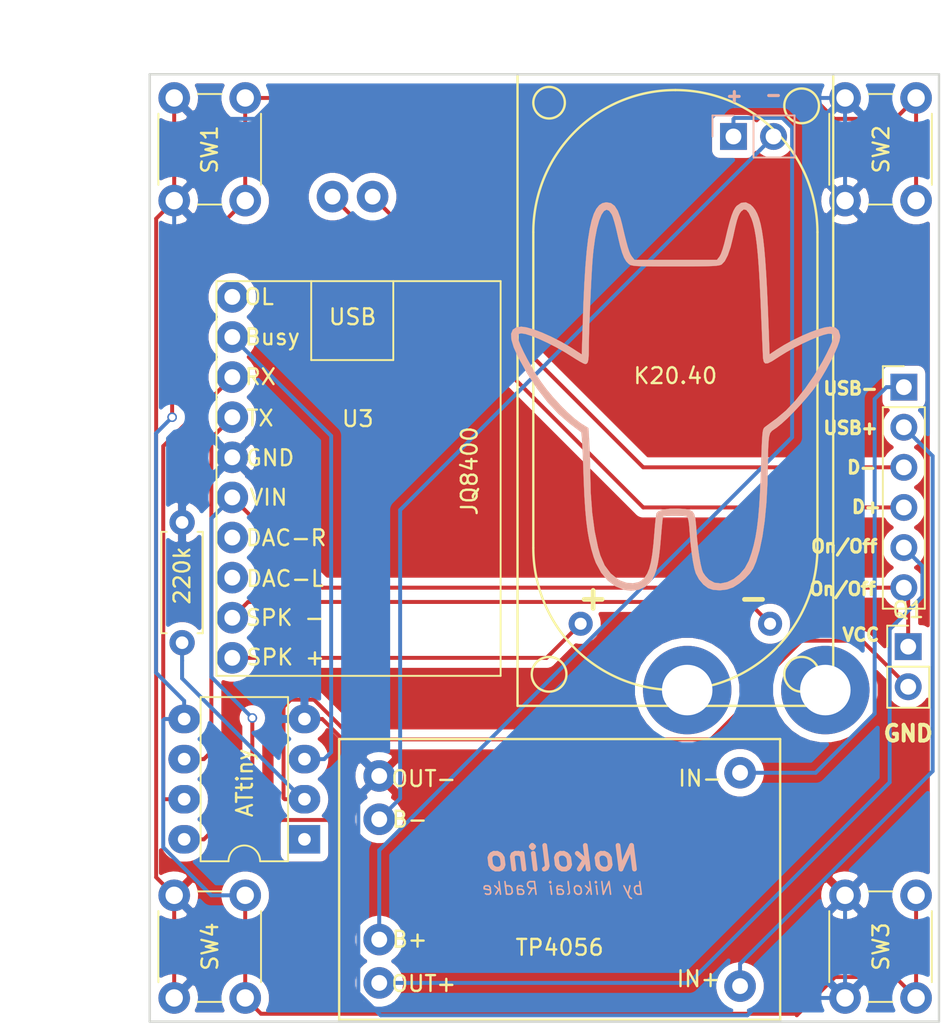
<source format=kicad_pcb>
(kicad_pcb (version 20171130) (host pcbnew 5.1.5-52549c5~84~ubuntu18.04.1)

  (general
    (thickness 1.6)
    (drawings 20)
    (tracks 144)
    (zones 0)
    (modules 15)
    (nets 21)
  )

  (page A4)
  (title_block
    (title Nokolino)
    (rev 3.0)
  )

  (layers
    (0 F.Cu signal)
    (31 B.Cu signal)
    (32 B.Adhes user)
    (33 F.Adhes user)
    (34 B.Paste user)
    (35 F.Paste user)
    (36 B.SilkS user)
    (37 F.SilkS user)
    (38 B.Mask user)
    (39 F.Mask user)
    (40 Dwgs.User user)
    (41 Cmts.User user)
    (42 Eco1.User user)
    (43 Eco2.User user)
    (44 Edge.Cuts user)
    (45 Margin user)
    (46 B.CrtYd user)
    (47 F.CrtYd user)
    (48 B.Fab user)
    (49 F.Fab user)
  )

  (setup
    (last_trace_width 0.25)
    (trace_clearance 0.2)
    (zone_clearance 0.508)
    (zone_45_only no)
    (trace_min 0.2)
    (via_size 0.6)
    (via_drill 0.4)
    (via_min_size 0.4)
    (via_min_drill 0.3)
    (uvia_size 0.3)
    (uvia_drill 0.1)
    (uvias_allowed no)
    (uvia_min_size 0.2)
    (uvia_min_drill 0.1)
    (edge_width 0.15)
    (segment_width 0.2)
    (pcb_text_width 0.3)
    (pcb_text_size 1.5 1.5)
    (mod_edge_width 0.15)
    (mod_text_size 1 1)
    (mod_text_width 0.15)
    (pad_size 5.6 5.6)
    (pad_drill 3.2)
    (pad_to_mask_clearance 0.2)
    (solder_mask_min_width 0.25)
    (aux_axis_origin 0 0)
    (visible_elements FFFFF77F)
    (pcbplotparams
      (layerselection 0x010fc_ffffffff)
      (usegerberextensions false)
      (usegerberattributes false)
      (usegerberadvancedattributes false)
      (creategerberjobfile false)
      (excludeedgelayer true)
      (linewidth 0.100000)
      (plotframeref false)
      (viasonmask false)
      (mode 1)
      (useauxorigin false)
      (hpglpennumber 1)
      (hpglpenspeed 20)
      (hpglpendiameter 15.000000)
      (psnegative false)
      (psa4output false)
      (plotreference true)
      (plotvalue true)
      (plotinvisibletext false)
      (padsonsilk false)
      (subtractmaskfromsilk false)
      (outputformat 1)
      (mirror false)
      (drillshape 0)
      (scaleselection 1)
      (outputdirectory "GERBERS/"))
  )

  (net 0 "")
  (net 1 "Net-(LS1-Pad1)")
  (net 2 "Net-(LS1-Pad2)")
  (net 3 "Net-(SW1-Pad2)")
  (net 4 VCC)
  (net 5 "Net-(U2-Pad1)")
  (net 6 D-)
  (net 7 D+)
  (net 8 Akku+)
  (net 9 Akku-)
  (net 10 USB-)
  (net 11 USB+)
  (net 12 GND)
  (net 13 "Net-(Q1-Pad2)")
  (net 14 "Net-(J1-Pad5)")
  (net 15 "Net-(U2-Pad7)")
  (net 16 "Net-(U2-Pad3)")
  (net 17 "Net-(U2-Pad6)")
  (net 18 "Net-(U3-Pad1)")
  (net 19 "Net-(U3-Pad7)")
  (net 20 "Net-(U3-Pad8)")

  (net_class Default "This is the default net class."
    (clearance 0.2)
    (trace_width 0.25)
    (via_dia 0.6)
    (via_drill 0.4)
    (uvia_dia 0.3)
    (uvia_drill 0.1)
    (add_net Akku+)
    (add_net Akku-)
    (add_net D+)
    (add_net D-)
    (add_net GND)
    (add_net "Net-(J1-Pad5)")
    (add_net "Net-(LS1-Pad1)")
    (add_net "Net-(LS1-Pad2)")
    (add_net "Net-(Q1-Pad2)")
    (add_net "Net-(SW1-Pad2)")
    (add_net "Net-(U2-Pad1)")
    (add_net "Net-(U2-Pad3)")
    (add_net "Net-(U2-Pad6)")
    (add_net "Net-(U2-Pad7)")
    (add_net "Net-(U3-Pad1)")
    (add_net "Net-(U3-Pad7)")
    (add_net "Net-(U3-Pad8)")
    (add_net USB+)
    (add_net USB-)
    (add_net VCC)
  )

  (module Nokolino:TP4056-Protect (layer F.Cu) (tedit 5AEAF686) (tstamp 5E2BB945)
    (at 159.1691 138.4935 180)
    (path /5E2BE387)
    (fp_text reference U1 (at 0 5.08) (layer F.SilkS) hide
      (effects (font (size 1 1) (thickness 0.15)))
    )
    (fp_text value TP4056 (at 0 -4.31) (layer F.SilkS)
      (effects (font (size 1 1) (thickness 0.15)))
    )
    (fp_line (start 13.97 8.89) (end -13.97 8.89) (layer F.SilkS) (width 0.15))
    (fp_line (start -13.97 -8.89) (end 13.97 -8.89) (layer F.SilkS) (width 0.15))
    (fp_line (start 13.97 -8.89) (end 13.97 8.89) (layer F.SilkS) (width 0.15))
    (fp_line (start -13.97 -8.89) (end -13.97 8.89) (layer F.SilkS) (width 0.15))
    (fp_text user IN+ (at -8.8 -6.3) (layer F.SilkS)
      (effects (font (size 1 1) (thickness 0.15)))
    )
    (fp_text user IN- (at -8.9 6.4) (layer F.SilkS)
      (effects (font (size 1 1) (thickness 0.15)))
    )
    (fp_text user OUT+ (at 8.6106 -6.604) (layer F.SilkS)
      (effects (font (size 1 1) (thickness 0.15)))
    )
    (fp_text user B+ (at 9.5 -3.8) (layer F.SilkS)
      (effects (font (size 1 1) (thickness 0.15)))
    )
    (fp_text user B- (at 9.5 3.8) (layer F.SilkS)
      (effects (font (size 1 1) (thickness 0.15)))
    )
    (fp_text user OUT- (at 8.6106 6.3754) (layer F.SilkS)
      (effects (font (size 1 1) (thickness 0.15)))
    )
    (pad 1 thru_hole circle (at -11.43 -6.7564 180) (size 2 2) (drill 1) (layers *.Cu *.Mask)
      (net 11 USB+))
    (pad 2 thru_hole circle (at -11.43 6.7564 180) (size 2 2) (drill 1) (layers *.Cu *.Mask)
      (net 10 USB-))
    (pad 3 thru_hole circle (at 11.43 -6.5532 180) (size 2 2) (drill 1) (layers *.Cu *.Mask)
      (net 14 "Net-(J1-Pad5)"))
    (pad 6 thru_hole circle (at 11.43 6.5532 180) (size 2 2) (drill 1) (layers *.Cu *.Mask)
      (net 12 GND))
    (pad 5 thru_hole circle (at 11.43 3.81 180) (size 2 2) (drill 1) (layers *.Cu *.Mask)
      (net 9 Akku-))
    (pad 4 thru_hole circle (at 11.43 -3.81 180) (size 2 2) (drill 1) (layers *.Cu *.Mask)
      (net 8 Akku+))
  )

  (module Nokolino:ATTINY85-20PU (layer F.Cu) (tedit 5E2C1A9F) (tstamp 5E2BB960)
    (at 143.002 135.9535 180)
    (descr "8-lead dip package, row spacing 7.62 mm (300 mils)")
    (tags "DIL DIP PDIP 2.54mm 7.62mm 300mil")
    (path /5E2BC02D)
    (fp_text reference U2 (at 3.81 -2.39) (layer F.SilkS) hide
      (effects (font (size 1 1) (thickness 0.15)))
    )
    (fp_text value ATtiny (at 3.7846 3.5814 90) (layer F.SilkS)
      (effects (font (size 1 1) (thickness 0.15)))
    )
    (fp_line (start 8.7 -1.6) (end -1.1 -1.6) (layer F.CrtYd) (width 0.05))
    (fp_line (start 8.7 9.2) (end 8.7 -1.6) (layer F.CrtYd) (width 0.05))
    (fp_line (start -1.1 9.2) (end 8.7 9.2) (layer F.CrtYd) (width 0.05))
    (fp_line (start -1.1 -1.6) (end -1.1 9.2) (layer F.CrtYd) (width 0.05))
    (fp_line (start 6.58 -1.39) (end 4.81 -1.39) (layer F.SilkS) (width 0.12))
    (fp_line (start 6.58 9.01) (end 6.58 -1.39) (layer F.SilkS) (width 0.12))
    (fp_line (start 1.04 9.01) (end 6.58 9.01) (layer F.SilkS) (width 0.12))
    (fp_line (start 1.04 -1.39) (end 1.04 9.01) (layer F.SilkS) (width 0.12))
    (fp_line (start 2.81 -1.39) (end 1.04 -1.39) (layer F.SilkS) (width 0.12))
    (fp_line (start 0.635 -0.27) (end 1.635 -1.27) (layer F.Fab) (width 0.1))
    (fp_line (start 0.635 8.89) (end 0.635 -0.27) (layer F.Fab) (width 0.1))
    (fp_line (start 6.985 8.89) (end 0.635 8.89) (layer F.Fab) (width 0.1))
    (fp_line (start 6.985 -1.27) (end 6.985 8.89) (layer F.Fab) (width 0.1))
    (fp_line (start 1.635 -1.27) (end 6.985 -1.27) (layer F.Fab) (width 0.1))
    (fp_arc (start 3.81 -1.39) (end 2.81 -1.39) (angle -180) (layer F.SilkS) (width 0.12))
    (pad 8 thru_hole oval (at 7.62 0 180) (size 2 1.8) (drill 0.8) (layers *.Cu *.Mask)
      (net 4 VCC))
    (pad 4 thru_hole oval (at 0 7.62 180) (size 2 1.8) (drill 0.8) (layers *.Cu *.Mask)
      (net 12 GND))
    (pad 7 thru_hole oval (at 7.62 2.54 180) (size 2 1.8) (drill 0.8) (layers *.Cu *.Mask)
      (net 15 "Net-(U2-Pad7)"))
    (pad 3 thru_hole oval (at 0 5.08 180) (size 2 1.8) (drill 0.8) (layers *.Cu *.Mask)
      (net 16 "Net-(U2-Pad3)"))
    (pad 6 thru_hole oval (at 7.62 5.08 180) (size 2 1.8) (drill 0.8) (layers *.Cu *.Mask)
      (net 17 "Net-(U2-Pad6)"))
    (pad 2 thru_hole oval (at 0 2.54 180) (size 2 1.8) (drill 0.8) (layers *.Cu *.Mask)
      (net 13 "Net-(Q1-Pad2)"))
    (pad 5 thru_hole oval (at 7.62 7.62 180) (size 2 1.8) (drill 0.8) (layers *.Cu *.Mask)
      (net 3 "Net-(SW1-Pad2)"))
    (pad 1 thru_hole rect (at 0 0 180) (size 2 1.8) (drill 0.8) (layers *.Cu *.Mask)
      (net 5 "Net-(U2-Pad1)"))
    (model Housings_DIP.3dshapes/DIP-8_W7.62mm.wrl
      (at (xyz 0 0 0))
      (scale (xyz 1 1 1))
      (rotate (xyz 0 0 0))
    )
  )

  (module Nokolino:Nokolino_logo (layer F.Cu) (tedit 5E2C1B3A) (tstamp 5E2C60DD)
    (at 166.0144 107.8865)
    (fp_text reference G*** (at 0 0) (layer F.SilkS) hide
      (effects (font (size 1.524 1.524) (thickness 0.3)))
    )
    (fp_text value LOGO (at 0.75 0) (layer F.SilkS) hide
      (effects (font (size 1.524 1.524) (thickness 0.3)))
    )
    (fp_poly (pts (xy -3.589224 -12.221914) (xy -3.358605 -12.048591) (xy -3.163599 -11.743104) (xy -2.994712 -11.291859)
      (xy -2.885002 -10.873598) (xy -2.739148 -10.254651) (xy -2.620388 -9.779026) (xy -2.521856 -9.424154)
      (xy -2.436687 -9.167464) (xy -2.358017 -8.986386) (xy -2.27898 -8.858349) (xy -2.267492 -8.843368)
      (xy -2.104377 -8.636001) (xy 0.507999 -8.636) (xy 3.120376 -8.636) (xy 3.282225 -8.841758)
      (xy 3.37063 -9.011879) (xy 3.475554 -9.3004) (xy 3.580763 -9.659585) (xy 3.634933 -9.878925)
      (xy 3.792186 -10.541283) (xy 3.927787 -11.057454) (xy 4.048743 -11.448141) (xy 4.162061 -11.734049)
      (xy 4.274747 -11.93588) (xy 4.370342 -12.051918) (xy 4.657012 -12.246745) (xy 4.952181 -12.274094)
      (xy 5.245026 -12.134717) (xy 5.40764 -11.979957) (xy 5.54834 -11.791942) (xy 5.67362 -11.559527)
      (xy 5.784922 -11.271415) (xy 5.883692 -10.91631) (xy 5.971372 -10.482917) (xy 6.049407 -9.95994)
      (xy 6.119242 -9.336083) (xy 6.182319 -8.60005) (xy 6.240083 -7.740546) (xy 6.293978 -6.746274)
      (xy 6.345447 -5.605939) (xy 6.395936 -4.308246) (xy 6.398965 -4.225128) (xy 6.456169 -2.650589)
      (xy 6.889918 -2.943158) (xy 7.374915 -3.245243) (xy 7.914704 -3.539544) (xy 8.476541 -3.812013)
      (xy 9.027684 -4.048606) (xy 9.535387 -4.235275) (xy 9.966909 -4.357976) (xy 10.289505 -4.402662)
      (xy 10.292279 -4.402667) (xy 10.615145 -4.347306) (xy 10.819609 -4.175502) (xy 10.913576 -3.878673)
      (xy 10.922 -3.719023) (xy 10.877347 -3.478757) (xy 10.752631 -3.125971) (xy 10.561716 -2.689039)
      (xy 10.318465 -2.196336) (xy 10.036742 -1.676236) (xy 9.730411 -1.157115) (xy 9.477219 -0.762)
      (xy 9.196377 -0.376021) (xy 8.840405 0.061187) (xy 8.437029 0.520358) (xy 8.013974 0.972223)
      (xy 7.598966 1.387518) (xy 7.21973 1.736975) (xy 6.903991 1.991328) (xy 6.80711 2.056534)
      (xy 6.599917 2.200253) (xy 6.487312 2.34293) (xy 6.429433 2.550806) (xy 6.405679 2.723601)
      (xy 6.383397 2.993976) (xy 6.364821 3.378447) (xy 6.352135 3.821781) (xy 6.347657 4.191)
      (xy 6.321292 5.533751) (xy 6.253655 6.77374) (xy 6.146274 7.899952) (xy 6.000676 8.901369)
      (xy 5.818389 9.766975) (xy 5.60094 10.485754) (xy 5.413726 10.925805) (xy 5.205754 11.231533)
      (xy 4.893819 11.560661) (xy 4.528077 11.866442) (xy 4.158684 12.102127) (xy 4.142806 12.110322)
      (xy 3.745475 12.246986) (xy 3.297782 12.298777) (xy 2.867413 12.26343) (xy 2.565543 12.163063)
      (xy 2.257506 11.931781) (xy 1.976306 11.593923) (xy 1.775803 11.217957) (xy 1.687558 10.914931)
      (xy 1.600403 10.477515) (xy 1.519537 9.940607) (xy 1.450155 9.339101) (xy 1.397457 8.707891)
      (xy 1.393928 8.654213) (xy 1.360743 8.216036) (xy 1.324338 7.920083) (xy 1.279464 7.739259)
      (xy 1.220874 7.646467) (xy 1.195415 7.629396) (xy 1.06117 7.602447) (xy 0.817477 7.58517)
      (xy 0.514471 7.577575) (xy 0.202286 7.579671) (xy -0.068943 7.591469) (xy -0.249084 7.612977)
      (xy -0.291335 7.629112) (xy -0.310964 7.722509) (xy -0.339021 7.952726) (xy -0.37212 8.287663)
      (xy -0.406873 8.695219) (xy -0.415611 8.807146) (xy -0.48033 9.559819) (xy -0.550407 10.167239)
      (xy -0.631253 10.653487) (xy -0.728277 11.042643) (xy -0.84689 11.358788) (xy -0.992502 11.626002)
      (xy -1.076242 11.747589) (xy -1.409746 12.064242) (xy -1.837797 12.258734) (xy -2.328016 12.32099)
      (xy -2.747791 12.267716) (xy -3.29879 12.050458) (xy -3.792047 11.684116) (xy -4.21408 11.183053)
      (xy -4.551405 10.561631) (xy -4.686695 10.202333) (xy -4.837658 9.696737) (xy -4.963759 9.169217)
      (xy -5.067805 8.596932) (xy -5.152602 7.957038) (xy -5.220958 7.226694) (xy -5.275678 6.383057)
      (xy -5.319572 5.403285) (xy -5.336446 4.914778) (xy -5.359001 4.270715) (xy -5.383357 3.682192)
      (xy -5.408347 3.170273) (xy -5.4328 2.756025) (xy -5.455549 2.460515) (xy -5.475423 2.304807)
      (xy -5.482289 2.286402) (xy -5.573608 2.216781) (xy -5.767719 2.070285) (xy -6.031905 1.871574)
      (xy -6.211675 1.736618) (xy -6.914765 1.130907) (xy -7.613281 0.378224) (xy -8.290265 -0.499521)
      (xy -8.928759 -1.48042) (xy -9.48919 -2.497667) (xy -9.757748 -3.095229) (xy -9.901394 -3.579354)
      (xy -9.9087 -3.725191) (xy -9.482667 -3.725191) (xy -9.438189 -3.518632) (xy -9.314488 -3.199336)
      (xy -9.126158 -2.795531) (xy -8.887799 -2.335445) (xy -8.614006 -1.847307) (xy -8.319376 -1.359346)
      (xy -8.031377 -0.918588) (xy -7.671804 -0.43275) (xy -7.246247 0.077578) (xy -6.786209 0.579614)
      (xy -6.323196 1.040575) (xy -5.888712 1.427679) (xy -5.514263 1.708144) (xy -5.495392 1.720232)
      (xy -5.021784 2.020283) (xy -4.966225 2.928312) (xy -4.940838 3.439585) (xy -4.92122 4.017131)
      (xy -4.910497 4.561614) (xy -4.909412 4.733337) (xy -4.875974 6.111905) (xy -4.780944 7.388014)
      (xy -4.626264 8.545469) (xy -4.413874 9.568074) (xy -4.267894 10.083909) (xy -3.993735 10.714559)
      (xy -3.61076 11.228218) (xy -3.129214 11.611922) (xy -3.006921 11.679745) (xy -2.61417 11.817519)
      (xy -2.210357 11.851148) (xy -1.8498 11.780783) (xy -1.660056 11.675996) (xy -1.463648 11.486155)
      (xy -1.302396 11.242878) (xy -1.17094 10.926351) (xy -1.06392 10.51676) (xy -0.975974 9.994291)
      (xy -0.901743 9.33913) (xy -0.84561 8.665609) (xy -0.810967 8.238946) (xy -0.775032 7.866252)
      (xy -0.741715 7.583908) (xy -0.714925 7.4283) (xy -0.711488 7.417549) (xy -0.571372 7.279076)
      (xy -0.283821 7.181212) (xy 0.133341 7.127631) (xy 0.662292 7.122006) (xy 0.713317 7.123918)
      (xy 1.105381 7.147673) (xy 1.38403 7.198803) (xy 1.570984 7.303286) (xy 1.687961 7.4871)
      (xy 1.756681 7.776223) (xy 1.798863 8.196633) (xy 1.815389 8.442104) (xy 1.864019 9.052223)
      (xy 1.929232 9.644071) (xy 2.006119 10.186215) (xy 2.089771 10.647221) (xy 2.175277 10.995658)
      (xy 2.24182 11.17243) (xy 2.39124 11.387577) (xy 2.597 11.604506) (xy 2.628121 11.631581)
      (xy 2.966649 11.81475) (xy 3.354194 11.858617) (xy 3.76521 11.77591) (xy 4.174151 11.579361)
      (xy 4.55547 11.281699) (xy 4.883623 10.895655) (xy 5.133061 10.433958) (xy 5.157609 10.371094)
      (xy 5.314661 9.915006) (xy 5.448027 9.440851) (xy 5.560198 8.928894) (xy 5.653665 8.3594)
      (xy 5.73092 7.712633) (xy 5.794455 6.968858) (xy 5.84676 6.10834) (xy 5.890327 5.111342)
      (xy 5.915562 4.367143) (xy 5.937268 3.684976) (xy 5.956549 3.152149) (xy 5.975418 2.748726)
      (xy 5.995887 2.454771) (xy 6.019969 2.25035) (xy 6.049675 2.115527) (xy 6.087019 2.030366)
      (xy 6.134012 1.974933) (xy 6.159142 1.954143) (xy 6.308799 1.841488) (xy 6.548992 1.663805)
      (xy 6.833179 1.455486) (xy 6.895476 1.410056) (xy 7.484133 0.914158) (xy 8.08962 0.279621)
      (xy 8.691441 -0.467028) (xy 9.269101 -1.29926) (xy 9.802106 -2.190546) (xy 10.070435 -2.699573)
      (xy 10.290434 -3.155672) (xy 10.426711 -3.487773) (xy 10.483923 -3.716316) (xy 10.466728 -3.861743)
      (xy 10.379781 -3.944495) (xy 10.356376 -3.954584) (xy 10.174173 -3.956502) (xy 9.873455 -3.882477)
      (xy 9.480561 -3.744262) (xy 9.02183 -3.553614) (xy 8.5236 -3.322288) (xy 8.01221 -3.06204)
      (xy 7.513998 -2.784626) (xy 7.055302 -2.501802) (xy 6.960941 -2.439099) (xy 6.597277 -2.205662)
      (xy 6.344173 -2.081539) (xy 6.180993 -2.068986) (xy 6.087098 -2.170261) (xy 6.041854 -2.38762)
      (xy 6.031014 -2.540793) (xy 6.022118 -2.735031) (xy 6.007162 -3.075108) (xy 5.987148 -3.537677)
      (xy 5.963078 -4.099391) (xy 5.935952 -4.736903) (xy 5.906773 -5.426865) (xy 5.883963 -5.969)
      (xy 5.832399 -7.084674) (xy 5.777309 -8.04453) (xy 5.717209 -8.86207) (xy 5.650618 -9.550798)
      (xy 5.576053 -10.124216) (xy 5.492031 -10.595827) (xy 5.39707 -10.979134) (xy 5.303832 -11.252727)
      (xy 5.136067 -11.60701) (xy 4.975996 -11.796743) (xy 4.817465 -11.826143) (xy 4.654322 -11.699427)
      (xy 4.653471 -11.698392) (xy 4.558047 -11.561017) (xy 4.473523 -11.382891) (xy 4.390827 -11.135253)
      (xy 4.300885 -10.789344) (xy 4.194623 -10.316406) (xy 4.14748 -10.094558) (xy 3.985794 -9.438015)
      (xy 3.807386 -8.919811) (xy 3.616565 -8.55036) (xy 3.423293 -8.343714) (xy 3.345988 -8.306868)
      (xy 3.226861 -8.277449) (xy 3.048183 -8.254668) (xy 2.792227 -8.237735) (xy 2.441263 -8.225861)
      (xy 1.977563 -8.218257) (xy 1.3834 -8.214133) (xy 0.641045 -8.2127) (xy 0.480063 -8.212667)
      (xy -0.276052 -8.213131) (xy -0.881383 -8.215223) (xy -1.354477 -8.219996) (xy -1.713882 -8.228503)
      (xy -1.978147 -8.241795) (xy -2.165819 -8.260926) (xy -2.295446 -8.286947) (xy -2.385575 -8.320911)
      (xy -2.454756 -8.363871) (xy -2.476422 -8.380415) (xy -2.628877 -8.538047) (xy -2.764699 -8.7687)
      (xy -2.892604 -9.095262) (xy -3.021309 -9.540618) (xy -3.159532 -10.127654) (xy -3.182884 -10.235191)
      (xy -3.280675 -10.654738) (xy -3.384298 -11.041668) (xy -3.480456 -11.349256) (xy -3.547026 -11.514667)
      (xy -3.709548 -11.742734) (xy -3.87407 -11.809617) (xy -4.036936 -11.723368) (xy -4.194491 -11.492044)
      (xy -4.34308 -11.123697) (xy -4.479049 -10.626382) (xy -4.598743 -10.008153) (xy -4.698505 -9.277064)
      (xy -4.738093 -8.89) (xy -4.769507 -8.490895) (xy -4.8037 -7.956936) (xy -4.83915 -7.322547)
      (xy -4.874337 -6.622153) (xy -4.907739 -5.890178) (xy -4.937836 -5.161048) (xy -4.963107 -4.469186)
      (xy -4.982031 -3.849017) (xy -4.993086 -3.334966) (xy -4.995334 -3.067654) (xy -5.00156 -2.622573)
      (xy -5.02392 -2.321509) (xy -5.067931 -2.139479) (xy -5.139114 -2.051499) (xy -5.224138 -2.032001)
      (xy -5.345693 -2.076565) (xy -5.56936 -2.196348) (xy -5.857818 -2.370482) (xy -6.04058 -2.488476)
      (xy -6.544354 -2.802308) (xy -7.083783 -3.105194) (xy -7.629299 -3.383533) (xy -8.151333 -3.62372)
      (xy -8.620319 -3.812151) (xy -9.006686 -3.935223) (xy -9.280868 -3.979334) (xy -9.281081 -3.979334)
      (xy -9.42565 -3.949835) (xy -9.478335 -3.827914) (xy -9.482667 -3.725191) (xy -9.9087 -3.725191)
      (xy -9.920017 -3.951057) (xy -9.813504 -4.211353) (xy -9.58174 -4.361258) (xy -9.277114 -4.402667)
      (xy -8.939876 -4.356948) (xy -8.493788 -4.228549) (xy -7.969616 -4.030605) (xy -7.398129 -3.776253)
      (xy -6.810093 -3.478628) (xy -6.236275 -3.150866) (xy -6.002733 -3.004686) (xy -5.443798 -2.64434)
      (xy -5.385563 -4.56067) (xy -5.337478 -5.941813) (xy -5.281166 -7.161824) (xy -5.215037 -8.228771)
      (xy -5.1375 -9.150727) (xy -5.046964 -9.935761) (xy -4.94184 -10.591943) (xy -4.820537 -11.127344)
      (xy -4.681465 -11.550034) (xy -4.523032 -11.868084) (xy -4.343649 -12.089564) (xy -4.141725 -12.222544)
      (xy -3.915669 -12.275095) (xy -3.864953 -12.276667) (xy -3.589224 -12.221914)) (layer B.SilkS) (width 0.01))
  )

  (module Nokolino:K20.40 (layer F.Cu) (tedit 5A61025F) (tstamp 5E2BB90D)
    (at 166.5 107.5)
    (descr K20.40)
    (tags Lautsprecher)
    (path /5E2BEC4E)
    (fp_text reference LS1 (at 0 0.9) (layer F.SilkS) hide
      (effects (font (size 1 1) (thickness 0.15)))
    )
    (fp_text value K20.40 (at 0 -0.9) (layer F.SilkS)
      (effects (font (size 1 1) (thickness 0.15)))
    )
    (fp_line (start 10 20) (end 10 -20) (layer F.SilkS) (width 0.15))
    (fp_line (start -10 20) (end -10 -20) (layer F.SilkS) (width 0.15))
    (fp_line (start -10 20) (end 10 20) (layer F.SilkS) (width 0.15))
    (fp_line (start 10 -20) (end -10 -20) (layer F.SilkS) (width 0.15))
    (fp_circle (center -8 -18.2) (end -7 -18.2) (layer F.SilkS) (width 0.15))
    (fp_circle (center 8 -18) (end 9.1 -18) (layer F.SilkS) (width 0.15))
    (fp_circle (center -8 18) (end -6.9 18) (layer F.SilkS) (width 0.15))
    (fp_circle (center 8 18) (end 9.1 18) (layer F.SilkS) (width 0.15))
    (fp_arc (start 0 10) (end 9 10) (angle 90) (layer F.SilkS) (width 0.15))
    (fp_arc (start 0 -10) (end 0 -19) (angle 90) (layer F.SilkS) (width 0.15))
    (fp_arc (start 0 -10) (end -9 -10) (angle 90) (layer F.SilkS) (width 0.15))
    (fp_arc (start 0 10) (end 0 19) (angle 90) (layer F.SilkS) (width 0.15))
    (fp_line (start -9 -10) (end -9 10) (layer F.SilkS) (width 0.15))
    (fp_line (start 9 -10) (end 9 10) (layer F.SilkS) (width 0.15))
    (pad 2 thru_hole circle (at 6 14.8) (size 1.524 1.524) (drill 0.762) (layers *.Cu *.Mask)
      (net 2 "Net-(LS1-Pad2)"))
    (pad 1 thru_hole circle (at -6 14.8) (size 1.524 1.524) (drill 0.762) (layers *.Cu *.Mask)
      (net 1 "Net-(LS1-Pad1)"))
  )

  (module MountingHole:MountingHole_3.2mm_M3_DIN965_Pad (layer F.Cu) (tedit 56D1B4CB) (tstamp 5E2C6E40)
    (at 176 126.5)
    (descr "Mounting Hole 3.2mm, M3, DIN965")
    (tags "mounting hole 3.2mm m3 din965")
    (attr virtual)
    (fp_text reference MH2 (at 0 -3.8) (layer F.SilkS) hide
      (effects (font (size 1 1) (thickness 0.15)))
    )
    (fp_text value MH2 (at -4.5 2) (layer F.Fab)
      (effects (font (size 1 1) (thickness 0.15)))
    )
    (fp_circle (center 0 0) (end 3.05 0) (layer F.CrtYd) (width 0.05))
    (fp_circle (center 0 0) (end 2.8 0) (layer Cmts.User) (width 0.15))
    (fp_text user %R (at 0.3 0) (layer F.Fab)
      (effects (font (size 1 1) (thickness 0.15)))
    )
    (pad 1 thru_hole circle (at 0 0) (size 5.6 5.6) (drill 3.2) (layers *.Cu *.Mask))
  )

  (module MountingHole:MountingHole_3.2mm_M3_DIN965_Pad (layer F.Cu) (tedit 56D1B4CB) (tstamp 5E2C6E2A)
    (at 167.25 126.5)
    (descr "Mounting Hole 3.2mm, M3, DIN965")
    (tags "mounting hole 3.2mm m3 din965")
    (attr virtual)
    (fp_text reference MH1 (at 0 -3.8) (layer F.SilkS) hide
      (effects (font (size 1 1) (thickness 0.15)))
    )
    (fp_text value MH1 (at -4.25 2) (layer F.Fab)
      (effects (font (size 1 1) (thickness 0.15)))
    )
    (fp_circle (center 0 0) (end 3.05 0) (layer F.CrtYd) (width 0.05))
    (fp_circle (center 0 0) (end 2.8 0) (layer Cmts.User) (width 0.15))
    (fp_text user %R (at 0.3 0) (layer F.Fab)
      (effects (font (size 1 1) (thickness 0.15)))
    )
    (pad 1 thru_hole circle (at 0 0) (size 5.6 5.6) (drill 3.2) (layers *.Cu *.Mask))
  )

  (module Connector_PinHeader_2.54mm:PinHeader_1x02_P2.54mm_Vertical (layer B.Cu) (tedit 59FED5CC) (tstamp 5CB23C3C)
    (at 170.18 91.44 270)
    (descr "Through hole straight pin header, 1x02, 2.54mm pitch, single row")
    (tags "Through hole pin header THT 1x02 2.54mm single row")
    (path /5CB2516F)
    (fp_text reference J2 (at 0 2.33 270) (layer B.SilkS) hide
      (effects (font (size 1 1) (thickness 0.15)) (justify mirror))
    )
    (fp_text value Conn_01x02 (at 0 -4.87 270) (layer B.Fab)
      (effects (font (size 1 1) (thickness 0.15)) (justify mirror))
    )
    (fp_text user %R (at 0 -1.27 180) (layer B.Fab)
      (effects (font (size 1 1) (thickness 0.15)) (justify mirror))
    )
    (fp_line (start 1.8 1.8) (end -1.8 1.8) (layer B.CrtYd) (width 0.05))
    (fp_line (start 1.8 -4.35) (end 1.8 1.8) (layer B.CrtYd) (width 0.05))
    (fp_line (start -1.8 -4.35) (end 1.8 -4.35) (layer B.CrtYd) (width 0.05))
    (fp_line (start -1.8 1.8) (end -1.8 -4.35) (layer B.CrtYd) (width 0.05))
    (fp_line (start -1.33 1.33) (end 0 1.33) (layer B.SilkS) (width 0.12))
    (fp_line (start -1.33 0) (end -1.33 1.33) (layer B.SilkS) (width 0.12))
    (fp_line (start -1.33 -1.27) (end 1.33 -1.27) (layer B.SilkS) (width 0.12))
    (fp_line (start 1.33 -1.27) (end 1.33 -3.87) (layer B.SilkS) (width 0.12))
    (fp_line (start -1.33 -1.27) (end -1.33 -3.87) (layer B.SilkS) (width 0.12))
    (fp_line (start -1.33 -3.87) (end 1.33 -3.87) (layer B.SilkS) (width 0.12))
    (fp_line (start -1.27 0.635) (end -0.635 1.27) (layer B.Fab) (width 0.1))
    (fp_line (start -1.27 -3.81) (end -1.27 0.635) (layer B.Fab) (width 0.1))
    (fp_line (start 1.27 -3.81) (end -1.27 -3.81) (layer B.Fab) (width 0.1))
    (fp_line (start 1.27 1.27) (end 1.27 -3.81) (layer B.Fab) (width 0.1))
    (fp_line (start -0.635 1.27) (end 1.27 1.27) (layer B.Fab) (width 0.1))
    (pad 2 thru_hole oval (at 0 -2.54 270) (size 1.7 1.7) (drill 1) (layers *.Cu *.Mask)
      (net 9 Akku-))
    (pad 1 thru_hole rect (at 0 0 270) (size 1.7 1.7) (drill 1) (layers *.Cu *.Mask)
      (net 8 Akku+))
    (model ${KISYS3DMOD}/Connector_PinHeader_2.54mm.3dshapes/PinHeader_1x02_P2.54mm_Vertical.wrl
      (at (xyz 0 0 0))
      (scale (xyz 1 1 1))
      (rotate (xyz 0 0 0))
    )
  )

  (module Connector_PinHeader_2.54mm:PinHeader_1x02_P2.54mm_Vertical (layer F.Cu) (tedit 59FED5CC) (tstamp 5B8E8E0A)
    (at 181.25 123.75)
    (descr "Through hole straight pin header, 1x02, 2.54mm pitch, single row")
    (tags "Through hole pin header THT 1x02 2.54mm single row")
    (path /5B8E9428)
    (fp_text reference Q1 (at 0 -2.33) (layer F.SilkS)
      (effects (font (size 1 1) (thickness 0.15)))
    )
    (fp_text value Q_Photo_NPN (at 3.5 0) (layer F.Fab) hide
      (effects (font (size 1 1) (thickness 0.15)))
    )
    (fp_text user %R (at 0 1.27 90) (layer F.Fab)
      (effects (font (size 1 1) (thickness 0.15)))
    )
    (fp_line (start 1.8 -1.8) (end -1.8 -1.8) (layer F.CrtYd) (width 0.05))
    (fp_line (start 1.8 4.35) (end 1.8 -1.8) (layer F.CrtYd) (width 0.05))
    (fp_line (start -1.8 4.35) (end 1.8 4.35) (layer F.CrtYd) (width 0.05))
    (fp_line (start -1.8 -1.8) (end -1.8 4.35) (layer F.CrtYd) (width 0.05))
    (fp_line (start -1.33 -1.33) (end 0 -1.33) (layer F.SilkS) (width 0.12))
    (fp_line (start -1.33 0) (end -1.33 -1.33) (layer F.SilkS) (width 0.12))
    (fp_line (start -1.33 1.27) (end 1.33 1.27) (layer F.SilkS) (width 0.12))
    (fp_line (start 1.33 1.27) (end 1.33 3.87) (layer F.SilkS) (width 0.12))
    (fp_line (start -1.33 1.27) (end -1.33 3.87) (layer F.SilkS) (width 0.12))
    (fp_line (start -1.33 3.87) (end 1.33 3.87) (layer F.SilkS) (width 0.12))
    (fp_line (start -1.27 -0.635) (end -0.635 -1.27) (layer F.Fab) (width 0.1))
    (fp_line (start -1.27 3.81) (end -1.27 -0.635) (layer F.Fab) (width 0.1))
    (fp_line (start 1.27 3.81) (end -1.27 3.81) (layer F.Fab) (width 0.1))
    (fp_line (start 1.27 -1.27) (end 1.27 3.81) (layer F.Fab) (width 0.1))
    (fp_line (start -0.635 -1.27) (end 1.27 -1.27) (layer F.Fab) (width 0.1))
    (pad 2 thru_hole oval (at 0 2.54) (size 1.7 1.7) (drill 1) (layers *.Cu *.Mask)
      (net 13 "Net-(Q1-Pad2)"))
    (pad 1 thru_hole rect (at 0 0) (size 1.7 1.7) (drill 1) (layers *.Cu *.Mask)
      (net 4 VCC))
    (model ${KISYS3DMOD}/Connector_PinHeader_2.54mm.3dshapes/PinHeader_1x02_P2.54mm_Vertical.wrl
      (at (xyz 0 0 0))
      (scale (xyz 1 1 1))
      (rotate (xyz 0 0 0))
    )
  )

  (module Connector_PinHeader_2.54mm:PinHeader_1x06_P2.54mm_Vertical (layer F.Cu) (tedit 59FED5CC) (tstamp 5CB23648)
    (at 180.975 107.315)
    (descr "Through hole straight pin header, 1x06, 2.54mm pitch, single row")
    (tags "Through hole pin header THT 1x06 2.54mm single row")
    (path /5CB28317)
    (fp_text reference J1 (at 0 -2.33) (layer F.SilkS) hide
      (effects (font (size 1 1) (thickness 0.15)))
    )
    (fp_text value Conn_01x06 (at 0 15.03) (layer F.Fab) hide
      (effects (font (size 1 1) (thickness 0.15)))
    )
    (fp_text user %R (at 0 6.35 90) (layer F.Fab)
      (effects (font (size 1 1) (thickness 0.15)))
    )
    (fp_line (start 1.8 -1.8) (end -1.8 -1.8) (layer F.CrtYd) (width 0.05))
    (fp_line (start 1.8 14.5) (end 1.8 -1.8) (layer F.CrtYd) (width 0.05))
    (fp_line (start -1.8 14.5) (end 1.8 14.5) (layer F.CrtYd) (width 0.05))
    (fp_line (start -1.8 -1.8) (end -1.8 14.5) (layer F.CrtYd) (width 0.05))
    (fp_line (start -1.33 -1.33) (end 0 -1.33) (layer F.SilkS) (width 0.12))
    (fp_line (start -1.33 0) (end -1.33 -1.33) (layer F.SilkS) (width 0.12))
    (fp_line (start -1.33 1.27) (end 1.33 1.27) (layer F.SilkS) (width 0.12))
    (fp_line (start 1.33 1.27) (end 1.33 14.03) (layer F.SilkS) (width 0.12))
    (fp_line (start -1.33 1.27) (end -1.33 14.03) (layer F.SilkS) (width 0.12))
    (fp_line (start -1.33 14.03) (end 1.33 14.03) (layer F.SilkS) (width 0.12))
    (fp_line (start -1.27 -0.635) (end -0.635 -1.27) (layer F.Fab) (width 0.1))
    (fp_line (start -1.27 13.97) (end -1.27 -0.635) (layer F.Fab) (width 0.1))
    (fp_line (start 1.27 13.97) (end -1.27 13.97) (layer F.Fab) (width 0.1))
    (fp_line (start 1.27 -1.27) (end 1.27 13.97) (layer F.Fab) (width 0.1))
    (fp_line (start -0.635 -1.27) (end 1.27 -1.27) (layer F.Fab) (width 0.1))
    (pad 6 thru_hole oval (at 0 12.7) (size 1.7 1.7) (drill 1) (layers *.Cu *.Mask)
      (net 4 VCC))
    (pad 5 thru_hole oval (at 0 10.16) (size 1.7 1.7) (drill 1) (layers *.Cu *.Mask)
      (net 14 "Net-(J1-Pad5)"))
    (pad 4 thru_hole oval (at 0 7.62) (size 1.7 1.7) (drill 1) (layers *.Cu *.Mask)
      (net 7 D+))
    (pad 3 thru_hole oval (at 0 5.08) (size 1.7 1.7) (drill 1) (layers *.Cu *.Mask)
      (net 6 D-))
    (pad 2 thru_hole oval (at 0 2.54) (size 1.7 1.7) (drill 1) (layers *.Cu *.Mask)
      (net 11 USB+))
    (pad 1 thru_hole rect (at 0 0) (size 1.7 1.7) (drill 1) (layers *.Cu *.Mask)
      (net 10 USB-))
    (model ${KISYS3DMOD}/Connector_PinHeader_2.54mm.3dshapes/PinHeader_1x06_P2.54mm_Vertical.wrl
      (at (xyz 0 0 0))
      (scale (xyz 1 1 1))
      (rotate (xyz 0 0 0))
    )
  )

  (module Resistors_THT:R_Axial_DIN0207_L6.3mm_D2.5mm_P7.62mm_Horizontal (layer F.Cu) (tedit 5B8E90BE) (tstamp 5B8E8E10)
    (at 135.25 123.5 90)
    (descr "Resistor, Axial_DIN0207 series, Axial, Horizontal, pin pitch=7.62mm, 0.25W = 1/4W, length*diameter=6.3*2.5mm^2, http://cdn-reichelt.de/documents/datenblatt/B400/1_4W%23YAG.pdf")
    (tags "Resistor Axial_DIN0207 series Axial Horizontal pin pitch 7.62mm 0.25W = 1/4W length 6.3mm diameter 2.5mm")
    (path /5B8E9345)
    (fp_text reference R1 (at 9.75 0 90) (layer F.SilkS) hide
      (effects (font (size 1 1) (thickness 0.15)))
    )
    (fp_text value 220k (at 4.25 0 90) (layer F.SilkS)
      (effects (font (size 1 1) (thickness 0.15)))
    )
    (fp_line (start 0.66 -1.25) (end 0.66 1.25) (layer F.Fab) (width 0.1))
    (fp_line (start 0.66 1.25) (end 6.96 1.25) (layer F.Fab) (width 0.1))
    (fp_line (start 6.96 1.25) (end 6.96 -1.25) (layer F.Fab) (width 0.1))
    (fp_line (start 6.96 -1.25) (end 0.66 -1.25) (layer F.Fab) (width 0.1))
    (fp_line (start 0 0) (end 0.66 0) (layer F.Fab) (width 0.1))
    (fp_line (start 7.62 0) (end 6.96 0) (layer F.Fab) (width 0.1))
    (fp_line (start 0.6 -0.98) (end 0.6 -1.31) (layer F.SilkS) (width 0.12))
    (fp_line (start 0.6 -1.31) (end 7.02 -1.31) (layer F.SilkS) (width 0.12))
    (fp_line (start 7.02 -1.31) (end 7.02 -0.98) (layer F.SilkS) (width 0.12))
    (fp_line (start 0.6 0.98) (end 0.6 1.31) (layer F.SilkS) (width 0.12))
    (fp_line (start 0.6 1.31) (end 7.02 1.31) (layer F.SilkS) (width 0.12))
    (fp_line (start 7.02 1.31) (end 7.02 0.98) (layer F.SilkS) (width 0.12))
    (fp_line (start -1.05 -1.6) (end -1.05 1.6) (layer F.CrtYd) (width 0.05))
    (fp_line (start -1.05 1.6) (end 8.7 1.6) (layer F.CrtYd) (width 0.05))
    (fp_line (start 8.7 1.6) (end 8.7 -1.6) (layer F.CrtYd) (width 0.05))
    (fp_line (start 8.7 -1.6) (end -1.05 -1.6) (layer F.CrtYd) (width 0.05))
    (pad 1 thru_hole circle (at 0 0 90) (size 1.6 1.6) (drill 0.8) (layers *.Cu *.Mask)
      (net 13 "Net-(Q1-Pad2)"))
    (pad 2 thru_hole oval (at 7.62 0 90) (size 1.6 1.6) (drill 0.8) (layers *.Cu *.Mask)
      (net 12 GND))
    (model ${KISYS3DMOD}/Resistors_THT.3dshapes/R_Axial_DIN0207_L6.3mm_D2.5mm_P7.62mm_Horizontal.wrl
      (at (xyz 0 0 0))
      (scale (xyz 0.393701 0.393701 0.393701))
      (rotate (xyz 0 0 0))
    )
  )

  (module Button_Switch_THT:SW_PUSH_6mm_H13mm (layer F.Cu) (tedit 5A02FE31) (tstamp 5E2C65B2)
    (at 134.75 95.5 90)
    (descr "tactile push button, 6x6mm e.g. PHAP33xx series, height=13mm")
    (tags "tact sw push 6mm")
    (path /5E2DABD5)
    (fp_text reference SW1 (at 3.2345 2.2449 90) (layer F.SilkS)
      (effects (font (size 1 1) (thickness 0.15)))
    )
    (fp_text value SW_Push (at 3.75 6.7 90) (layer F.Fab) hide
      (effects (font (size 1 1) (thickness 0.15)))
    )
    (fp_text user %R (at 3.25 2.25 90) (layer F.Fab)
      (effects (font (size 1 1) (thickness 0.15)))
    )
    (fp_line (start 3.25 -0.75) (end 6.25 -0.75) (layer F.Fab) (width 0.1))
    (fp_line (start 6.25 -0.75) (end 6.25 5.25) (layer F.Fab) (width 0.1))
    (fp_line (start 6.25 5.25) (end 0.25 5.25) (layer F.Fab) (width 0.1))
    (fp_line (start 0.25 5.25) (end 0.25 -0.75) (layer F.Fab) (width 0.1))
    (fp_line (start 0.25 -0.75) (end 3.25 -0.75) (layer F.Fab) (width 0.1))
    (fp_line (start 7.75 6) (end 8 6) (layer F.CrtYd) (width 0.05))
    (fp_line (start 8 6) (end 8 5.75) (layer F.CrtYd) (width 0.05))
    (fp_line (start 7.75 -1.5) (end 8 -1.5) (layer F.CrtYd) (width 0.05))
    (fp_line (start 8 -1.5) (end 8 -1.25) (layer F.CrtYd) (width 0.05))
    (fp_line (start -1.5 -1.25) (end -1.5 -1.5) (layer F.CrtYd) (width 0.05))
    (fp_line (start -1.5 -1.5) (end -1.25 -1.5) (layer F.CrtYd) (width 0.05))
    (fp_line (start -1.5 5.75) (end -1.5 6) (layer F.CrtYd) (width 0.05))
    (fp_line (start -1.5 6) (end -1.25 6) (layer F.CrtYd) (width 0.05))
    (fp_line (start -1.25 -1.5) (end 7.75 -1.5) (layer F.CrtYd) (width 0.05))
    (fp_line (start -1.5 5.75) (end -1.5 -1.25) (layer F.CrtYd) (width 0.05))
    (fp_line (start 7.75 6) (end -1.25 6) (layer F.CrtYd) (width 0.05))
    (fp_line (start 8 -1.25) (end 8 5.75) (layer F.CrtYd) (width 0.05))
    (fp_line (start 1 5.5) (end 5.5 5.5) (layer F.SilkS) (width 0.12))
    (fp_line (start -0.25 1.5) (end -0.25 3) (layer F.SilkS) (width 0.12))
    (fp_line (start 5.5 -1) (end 1 -1) (layer F.SilkS) (width 0.12))
    (fp_line (start 6.75 3) (end 6.75 1.5) (layer F.SilkS) (width 0.12))
    (fp_circle (center 3.25 2.25) (end 1.25 2.5) (layer F.Fab) (width 0.1))
    (pad 2 thru_hole circle (at 0 4.5 180) (size 2 2) (drill 1.1) (layers *.Cu *.Mask)
      (net 3 "Net-(SW1-Pad2)"))
    (pad 1 thru_hole circle (at 0 0 180) (size 2 2) (drill 1.1) (layers *.Cu *.Mask)
      (net 12 GND))
    (pad 2 thru_hole circle (at 6.5 4.5 180) (size 2 2) (drill 1.1) (layers *.Cu *.Mask)
      (net 3 "Net-(SW1-Pad2)"))
    (pad 1 thru_hole circle (at 6.5 0 180) (size 2 2) (drill 1.1) (layers *.Cu *.Mask)
      (net 12 GND))
    (model ${KISYS3DMOD}/Button_Switch_THT.3dshapes/SW_PUSH_6mm_H13mm.wrl
      (at (xyz 0 0 0))
      (scale (xyz 1 1 1))
      (rotate (xyz 0 0 0))
    )
  )

  (module Button_Switch_THT:SW_PUSH_6mm_H13mm (layer F.Cu) (tedit 5A02FE31) (tstamp 5E2C65D1)
    (at 177.25 95.5 90)
    (descr "tactile push button, 6x6mm e.g. PHAP33xx series, height=13mm")
    (tags "tact sw push 6mm")
    (path /5E2DB403)
    (fp_text reference SW2 (at 3.25 2.2899 90) (layer F.SilkS)
      (effects (font (size 1 1) (thickness 0.15)))
    )
    (fp_text value SW_Push (at 3.75 6.7 90) (layer F.Fab) hide
      (effects (font (size 1 1) (thickness 0.15)))
    )
    (fp_circle (center 3.25 2.25) (end 1.25 2.5) (layer F.Fab) (width 0.1))
    (fp_line (start 6.75 3) (end 6.75 1.5) (layer F.SilkS) (width 0.12))
    (fp_line (start 5.5 -1) (end 1 -1) (layer F.SilkS) (width 0.12))
    (fp_line (start -0.25 1.5) (end -0.25 3) (layer F.SilkS) (width 0.12))
    (fp_line (start 1 5.5) (end 5.5 5.5) (layer F.SilkS) (width 0.12))
    (fp_line (start 8 -1.25) (end 8 5.75) (layer F.CrtYd) (width 0.05))
    (fp_line (start 7.75 6) (end -1.25 6) (layer F.CrtYd) (width 0.05))
    (fp_line (start -1.5 5.75) (end -1.5 -1.25) (layer F.CrtYd) (width 0.05))
    (fp_line (start -1.25 -1.5) (end 7.75 -1.5) (layer F.CrtYd) (width 0.05))
    (fp_line (start -1.5 6) (end -1.25 6) (layer F.CrtYd) (width 0.05))
    (fp_line (start -1.5 5.75) (end -1.5 6) (layer F.CrtYd) (width 0.05))
    (fp_line (start -1.5 -1.5) (end -1.25 -1.5) (layer F.CrtYd) (width 0.05))
    (fp_line (start -1.5 -1.25) (end -1.5 -1.5) (layer F.CrtYd) (width 0.05))
    (fp_line (start 8 -1.5) (end 8 -1.25) (layer F.CrtYd) (width 0.05))
    (fp_line (start 7.75 -1.5) (end 8 -1.5) (layer F.CrtYd) (width 0.05))
    (fp_line (start 8 6) (end 8 5.75) (layer F.CrtYd) (width 0.05))
    (fp_line (start 7.75 6) (end 8 6) (layer F.CrtYd) (width 0.05))
    (fp_line (start 0.25 -0.75) (end 3.25 -0.75) (layer F.Fab) (width 0.1))
    (fp_line (start 0.25 5.25) (end 0.25 -0.75) (layer F.Fab) (width 0.1))
    (fp_line (start 6.25 5.25) (end 0.25 5.25) (layer F.Fab) (width 0.1))
    (fp_line (start 6.25 -0.75) (end 6.25 5.25) (layer F.Fab) (width 0.1))
    (fp_line (start 3.25 -0.75) (end 6.25 -0.75) (layer F.Fab) (width 0.1))
    (fp_text user %R (at 3.25 2.25 90) (layer F.Fab)
      (effects (font (size 1 1) (thickness 0.15)))
    )
    (pad 1 thru_hole circle (at 6.5 0 180) (size 2 2) (drill 1.1) (layers *.Cu *.Mask)
      (net 12 GND))
    (pad 2 thru_hole circle (at 6.5 4.5 180) (size 2 2) (drill 1.1) (layers *.Cu *.Mask)
      (net 3 "Net-(SW1-Pad2)"))
    (pad 1 thru_hole circle (at 0 0 180) (size 2 2) (drill 1.1) (layers *.Cu *.Mask)
      (net 12 GND))
    (pad 2 thru_hole circle (at 0 4.5 180) (size 2 2) (drill 1.1) (layers *.Cu *.Mask)
      (net 3 "Net-(SW1-Pad2)"))
    (model ${KISYS3DMOD}/Button_Switch_THT.3dshapes/SW_PUSH_6mm_H13mm.wrl
      (at (xyz 0 0 0))
      (scale (xyz 1 1 1))
      (rotate (xyz 0 0 0))
    )
  )

  (module Button_Switch_THT:SW_PUSH_6mm_H13mm (layer F.Cu) (tedit 5A02FE31) (tstamp 5E2C65F0)
    (at 177.25 146 90)
    (descr "tactile push button, 6x6mm e.g. PHAP33xx series, height=13mm")
    (tags "tact sw push 6mm")
    (path /5E2DB8C7)
    (fp_text reference SW3 (at 3.252 2.2772 90) (layer F.SilkS)
      (effects (font (size 1 1) (thickness 0.15)))
    )
    (fp_text value SW_Push (at 3.75 6.7 90) (layer F.Fab) hide
      (effects (font (size 1 1) (thickness 0.15)))
    )
    (fp_text user %R (at 3.25 2.25 90) (layer F.Fab)
      (effects (font (size 1 1) (thickness 0.15)))
    )
    (fp_line (start 3.25 -0.75) (end 6.25 -0.75) (layer F.Fab) (width 0.1))
    (fp_line (start 6.25 -0.75) (end 6.25 5.25) (layer F.Fab) (width 0.1))
    (fp_line (start 6.25 5.25) (end 0.25 5.25) (layer F.Fab) (width 0.1))
    (fp_line (start 0.25 5.25) (end 0.25 -0.75) (layer F.Fab) (width 0.1))
    (fp_line (start 0.25 -0.75) (end 3.25 -0.75) (layer F.Fab) (width 0.1))
    (fp_line (start 7.75 6) (end 8 6) (layer F.CrtYd) (width 0.05))
    (fp_line (start 8 6) (end 8 5.75) (layer F.CrtYd) (width 0.05))
    (fp_line (start 7.75 -1.5) (end 8 -1.5) (layer F.CrtYd) (width 0.05))
    (fp_line (start 8 -1.5) (end 8 -1.25) (layer F.CrtYd) (width 0.05))
    (fp_line (start -1.5 -1.25) (end -1.5 -1.5) (layer F.CrtYd) (width 0.05))
    (fp_line (start -1.5 -1.5) (end -1.25 -1.5) (layer F.CrtYd) (width 0.05))
    (fp_line (start -1.5 5.75) (end -1.5 6) (layer F.CrtYd) (width 0.05))
    (fp_line (start -1.5 6) (end -1.25 6) (layer F.CrtYd) (width 0.05))
    (fp_line (start -1.25 -1.5) (end 7.75 -1.5) (layer F.CrtYd) (width 0.05))
    (fp_line (start -1.5 5.75) (end -1.5 -1.25) (layer F.CrtYd) (width 0.05))
    (fp_line (start 7.75 6) (end -1.25 6) (layer F.CrtYd) (width 0.05))
    (fp_line (start 8 -1.25) (end 8 5.75) (layer F.CrtYd) (width 0.05))
    (fp_line (start 1 5.5) (end 5.5 5.5) (layer F.SilkS) (width 0.12))
    (fp_line (start -0.25 1.5) (end -0.25 3) (layer F.SilkS) (width 0.12))
    (fp_line (start 5.5 -1) (end 1 -1) (layer F.SilkS) (width 0.12))
    (fp_line (start 6.75 3) (end 6.75 1.5) (layer F.SilkS) (width 0.12))
    (fp_circle (center 3.25 2.25) (end 1.25 2.5) (layer F.Fab) (width 0.1))
    (pad 2 thru_hole circle (at 0 4.5 180) (size 2 2) (drill 1.1) (layers *.Cu *.Mask)
      (net 3 "Net-(SW1-Pad2)"))
    (pad 1 thru_hole circle (at 0 0 180) (size 2 2) (drill 1.1) (layers *.Cu *.Mask)
      (net 12 GND))
    (pad 2 thru_hole circle (at 6.5 4.5 180) (size 2 2) (drill 1.1) (layers *.Cu *.Mask)
      (net 3 "Net-(SW1-Pad2)"))
    (pad 1 thru_hole circle (at 6.5 0 180) (size 2 2) (drill 1.1) (layers *.Cu *.Mask)
      (net 12 GND))
    (model ${KISYS3DMOD}/Button_Switch_THT.3dshapes/SW_PUSH_6mm_H13mm.wrl
      (at (xyz 0 0 0))
      (scale (xyz 1 1 1))
      (rotate (xyz 0 0 0))
    )
  )

  (module Button_Switch_THT:SW_PUSH_6mm_H13mm (layer F.Cu) (tedit 5A02FE31) (tstamp 5E2C660F)
    (at 134.75 146 90)
    (descr "tactile push button, 6x6mm e.g. PHAP33xx series, height=13mm")
    (tags "tact sw push 6mm")
    (path /5E2DBF5E)
    (fp_text reference SW4 (at 3.252 2.2703 90) (layer F.SilkS)
      (effects (font (size 1 1) (thickness 0.15)))
    )
    (fp_text value SW_Push (at 3.75 6.7 90) (layer F.Fab) hide
      (effects (font (size 1 1) (thickness 0.15)))
    )
    (fp_circle (center 3.25 2.25) (end 1.25 2.5) (layer F.Fab) (width 0.1))
    (fp_line (start 6.75 3) (end 6.75 1.5) (layer F.SilkS) (width 0.12))
    (fp_line (start 5.5 -1) (end 1 -1) (layer F.SilkS) (width 0.12))
    (fp_line (start -0.25 1.5) (end -0.25 3) (layer F.SilkS) (width 0.12))
    (fp_line (start 1 5.5) (end 5.5 5.5) (layer F.SilkS) (width 0.12))
    (fp_line (start 8 -1.25) (end 8 5.75) (layer F.CrtYd) (width 0.05))
    (fp_line (start 7.75 6) (end -1.25 6) (layer F.CrtYd) (width 0.05))
    (fp_line (start -1.5 5.75) (end -1.5 -1.25) (layer F.CrtYd) (width 0.05))
    (fp_line (start -1.25 -1.5) (end 7.75 -1.5) (layer F.CrtYd) (width 0.05))
    (fp_line (start -1.5 6) (end -1.25 6) (layer F.CrtYd) (width 0.05))
    (fp_line (start -1.5 5.75) (end -1.5 6) (layer F.CrtYd) (width 0.05))
    (fp_line (start -1.5 -1.5) (end -1.25 -1.5) (layer F.CrtYd) (width 0.05))
    (fp_line (start -1.5 -1.25) (end -1.5 -1.5) (layer F.CrtYd) (width 0.05))
    (fp_line (start 8 -1.5) (end 8 -1.25) (layer F.CrtYd) (width 0.05))
    (fp_line (start 7.75 -1.5) (end 8 -1.5) (layer F.CrtYd) (width 0.05))
    (fp_line (start 8 6) (end 8 5.75) (layer F.CrtYd) (width 0.05))
    (fp_line (start 7.75 6) (end 8 6) (layer F.CrtYd) (width 0.05))
    (fp_line (start 0.25 -0.75) (end 3.25 -0.75) (layer F.Fab) (width 0.1))
    (fp_line (start 0.25 5.25) (end 0.25 -0.75) (layer F.Fab) (width 0.1))
    (fp_line (start 6.25 5.25) (end 0.25 5.25) (layer F.Fab) (width 0.1))
    (fp_line (start 6.25 -0.75) (end 6.25 5.25) (layer F.Fab) (width 0.1))
    (fp_line (start 3.25 -0.75) (end 6.25 -0.75) (layer F.Fab) (width 0.1))
    (fp_text user %R (at 3.25 2.25 90) (layer F.Fab)
      (effects (font (size 1 1) (thickness 0.15)))
    )
    (pad 1 thru_hole circle (at 6.5 0 180) (size 2 2) (drill 1.1) (layers *.Cu *.Mask)
      (net 12 GND))
    (pad 2 thru_hole circle (at 6.5 4.5 180) (size 2 2) (drill 1.1) (layers *.Cu *.Mask)
      (net 3 "Net-(SW1-Pad2)"))
    (pad 1 thru_hole circle (at 0 0 180) (size 2 2) (drill 1.1) (layers *.Cu *.Mask)
      (net 12 GND))
    (pad 2 thru_hole circle (at 0 4.5 180) (size 2 2) (drill 1.1) (layers *.Cu *.Mask)
      (net 3 "Net-(SW1-Pad2)"))
    (model ${KISYS3DMOD}/Button_Switch_THT.3dshapes/SW_PUSH_6mm_H13mm.wrl
      (at (xyz 0 0 0))
      (scale (xyz 1 1 1))
      (rotate (xyz 0 0 0))
    )
  )

  (module Nokolino:JQ8400-10p (layer F.Cu) (tedit 5E30331F) (tstamp 5E309844)
    (at 138.43 101.6)
    (descr "MP3 Module")
    (path /5E30E42B)
    (fp_text reference U3 (at 7.9502 7.7216) (layer F.SilkS)
      (effects (font (size 1 1) (thickness 0.15)))
    )
    (fp_text value JQ8400 (at 15.0241 11.0236 90) (layer F.SilkS)
      (effects (font (size 1 1) (thickness 0.15)))
    )
    (fp_line (start -1 -1) (end -1 24) (layer F.SilkS) (width 0.12))
    (fp_line (start 17 -1) (end 17 24) (layer F.SilkS) (width 0.12))
    (fp_line (start -1 24) (end 17 24) (layer F.SilkS) (width 0.12))
    (fp_line (start -1 -1) (end 17 -1) (layer F.SilkS) (width 0.12))
    (fp_line (start 5 -1) (end 5 4) (layer F.SilkS) (width 0.12))
    (fp_line (start 5 4) (end 10.2 4) (layer F.SilkS) (width 0.12))
    (fp_line (start 10.2 4) (end 10.2 -1) (layer F.SilkS) (width 0.12))
    (fp_text user OL (at 1.7018 0) (layer F.SilkS)
      (effects (font (size 1 1) (thickness 0.15)))
    )
    (fp_text user Busy (at 2.54 2.54) (layer F.SilkS)
      (effects (font (size 1 1) (thickness 0.15)))
    )
    (fp_text user USB (at 7.62 1.27) (layer F.SilkS)
      (effects (font (size 1 1) (thickness 0.15)))
    )
    (fp_text user RX (at 1.778 5.0673) (layer F.SilkS)
      (effects (font (size 1 1) (thickness 0.15)))
    )
    (fp_text user TX (at 1.7526 7.6835) (layer F.SilkS)
      (effects (font (size 1 1) (thickness 0.15)))
    )
    (fp_text user GND (at 2.4003 10.1981) (layer F.SilkS)
      (effects (font (size 1 1) (thickness 0.15)))
    )
    (fp_text user VIN (at 2.2987 12.7) (layer F.SilkS)
      (effects (font (size 1 1) (thickness 0.15)))
    )
    (fp_text user DAC-R (at 3.4163 15.2654) (layer F.SilkS)
      (effects (font (size 1 1) (thickness 0.15)))
    )
    (fp_text user DAC-L (at 3.3401 17.8435) (layer F.SilkS)
      (effects (font (size 1 1) (thickness 0.15)))
    )
    (fp_text user "SPK -" (at 3.3401 20.32) (layer F.SilkS)
      (effects (font (size 1 1) (thickness 0.15)))
    )
    (fp_text user "SPK +" (at 3.3782 22.8219) (layer F.SilkS)
      (effects (font (size 1 1) (thickness 0.15)))
    )
    (pad 1 thru_hole circle (at 0 0) (size 2 2) (drill 1) (layers *.Cu *.Mask)
      (net 18 "Net-(U3-Pad1)"))
    (pad 2 thru_hole circle (at 0 2.54) (size 2 2) (drill 1) (layers *.Cu *.Mask)
      (net 16 "Net-(U2-Pad3)"))
    (pad 3 thru_hole circle (at 0 5.08) (size 2 2) (drill 1) (layers *.Cu *.Mask)
      (net 15 "Net-(U2-Pad7)"))
    (pad 4 thru_hole circle (at 0 7.62) (size 2 2) (drill 1) (layers *.Cu *.Mask)
      (net 17 "Net-(U2-Pad6)"))
    (pad 5 thru_hole circle (at 0 10.16) (size 2 2) (drill 1) (layers *.Cu *.Mask)
      (net 12 GND))
    (pad 6 thru_hole circle (at 0 12.7) (size 2 2) (drill 1) (layers *.Cu *.Mask)
      (net 4 VCC))
    (pad 7 thru_hole circle (at 0 15.24) (size 2 2) (drill 1) (layers *.Cu *.Mask)
      (net 19 "Net-(U3-Pad7)"))
    (pad 8 thru_hole circle (at 0 17.78) (size 2 2) (drill 1) (layers *.Cu *.Mask)
      (net 20 "Net-(U3-Pad8)"))
    (pad 9 thru_hole circle (at 0 20.32) (size 2 2) (drill 1) (layers *.Cu *.Mask)
      (net 2 "Net-(LS1-Pad2)"))
    (pad 10 thru_hole circle (at 0 22.86) (size 2 2) (drill 1) (layers *.Cu *.Mask)
      (net 1 "Net-(LS1-Pad1)"))
    (pad 11 thru_hole circle (at 6.35 -6.35) (size 2 2) (drill 1) (layers *.Cu *.Mask)
      (net 7 D+))
    (pad 12 thru_hole circle (at 8.89 -6.35) (size 2 2) (drill 1) (layers *.Cu *.Mask)
      (net 6 D-))
  )

  (gr_text + (at 161.29 120.65) (layer F.SilkS)
    (effects (font (size 1.5 1.5) (thickness 0.3)))
  )
  (gr_text - (at 171.45 120.65) (layer F.SilkS)
    (effects (font (size 1.5 1.5) (thickness 0.3)))
  )
  (gr_text "by Nikolai Radke" (at 159.4 139.065) (layer B.SilkS) (tstamp 5CB4D9BF)
    (effects (font (size 0.8 0.8) (thickness 0.1) italic) (justify mirror))
  )
  (gr_text VCC (at 178.25 123) (layer F.SilkS)
    (effects (font (size 0.8 0.8) (thickness 0.2)))
  )
  (gr_text GND (at 181.25 129.25) (layer F.SilkS)
    (effects (font (size 1 1) (thickness 0.25)))
  )
  (gr_text On/Off (at 177.2 117.4) (layer F.SilkS)
    (effects (font (size 0.8 0.8) (thickness 0.2)))
  )
  (gr_text On/Off (at 177.1 120.1) (layer F.SilkS)
    (effects (font (size 0.8 0.8) (thickness 0.2)))
  )
  (dimension 60 (width 0.3) (layer Dwgs.User)
    (gr_text "60,000 mm" (at 130 117.5 270) (layer Dwgs.User)
      (effects (font (size 1.5 1.5) (thickness 0.3)))
    )
    (feature1 (pts (xy 133.2 147.5) (xy 128.65 147.5)))
    (feature2 (pts (xy 133.2 87.5) (xy 128.65 87.5)))
    (crossbar (pts (xy 131.35 87.5) (xy 131.35 147.5)))
    (arrow1a (pts (xy 131.35 147.5) (xy 130.763579 146.373496)))
    (arrow1b (pts (xy 131.35 147.5) (xy 131.936421 146.373496)))
    (arrow2a (pts (xy 131.35 87.5) (xy 130.763579 88.626504)))
    (arrow2b (pts (xy 131.35 87.5) (xy 131.936421 88.626504)))
  )
  (gr_line (start 183.2 147.5) (end 183.2 87.5) (angle 90) (layer Edge.Cuts) (width 0.15))
  (gr_line (start 133.2 87.5) (end 133.2 147.5) (angle 90) (layer Edge.Cuts) (width 0.15))
  (gr_text Nokolino (at 159.4 137.16) (layer B.SilkS)
    (effects (font (size 1.5 1.5) (thickness 0.3) italic) (justify mirror))
  )
  (gr_text + (at 170.18 88.9 90) (layer B.SilkS)
    (effects (font (size 0.8 0.8) (thickness 0.2)) (justify mirror))
  )
  (gr_text - (at 172.72 88.9 180) (layer B.SilkS)
    (effects (font (size 0.8 0.8) (thickness 0.2)) (justify mirror))
  )
  (gr_text USB- (at 177.6 107.4) (layer F.SilkS)
    (effects (font (size 0.8 0.8) (thickness 0.2)))
  )
  (gr_text USB+ (at 177.6 109.9) (layer F.SilkS)
    (effects (font (size 0.8 0.8) (thickness 0.2)))
  )
  (gr_text D- (at 178.3 112.4) (layer F.SilkS)
    (effects (font (size 0.8 0.8) (thickness 0.2)))
  )
  (gr_text D+ (at 178.6 114.9) (layer F.SilkS)
    (effects (font (size 0.8 0.8) (thickness 0.2)))
  )
  (dimension 50 (width 0.3) (layer Dwgs.User)
    (gr_text "50,000 mm" (at 158.2 84.65) (layer Dwgs.User)
      (effects (font (size 1.5 1.5) (thickness 0.3)))
    )
    (feature1 (pts (xy 133.2 87.5) (xy 133.2 83.3)))
    (feature2 (pts (xy 183.2 87.5) (xy 183.2 83.3)))
    (crossbar (pts (xy 183.2 86) (xy 133.2 86)))
    (arrow1a (pts (xy 133.2 86) (xy 134.326504 85.413579)))
    (arrow1b (pts (xy 133.2 86) (xy 134.326504 86.586421)))
    (arrow2a (pts (xy 183.2 86) (xy 182.073496 85.413579)))
    (arrow2b (pts (xy 183.2 86) (xy 182.073496 86.586421)))
  )
  (gr_line (start 133.2 147.5) (end 183.2 147.5) (angle 90) (layer Edge.Cuts) (width 0.15))
  (gr_line (start 183.2 87.5) (end 133.2 87.5) (angle 90) (layer Edge.Cuts) (width 0.15))

  (segment (start 158.34 124.46) (end 138.43 124.46) (width 0.25) (layer F.Cu) (net 1))
  (segment (start 160.5 122.3) (end 158.34 124.46) (width 0.25) (layer F.Cu) (net 1))
  (segment (start 139.429999 120.920001) (end 138.43 121.92) (width 0.25) (layer F.Cu) (net 2))
  (segment (start 171.120001 120.920001) (end 139.429999 120.920001) (width 0.25) (layer F.Cu) (net 2))
  (segment (start 172.5 122.3) (end 171.120001 120.920001) (width 0.25) (layer F.Cu) (net 2))
  (segment (start 181.75 146) (end 181.75 139.5) (width 0.25) (layer F.Cu) (net 3))
  (segment (start 140.249999 146.999999) (end 139.25 146) (width 0.25) (layer F.Cu) (net 3))
  (segment (start 174.250001 146.999999) (end 140.249999 146.999999) (width 0.25) (layer F.Cu) (net 3))
  (segment (start 139.25 146) (end 139.25 139.5) (width 0.25) (layer F.Cu) (net 3))
  (segment (start 139.25 89) (end 139.25 95.5) (width 0.25) (layer F.Cu) (net 3))
  (segment (start 139.25 89) (end 175.25 89) (width 0.25) (layer F.Cu) (net 3))
  (segment (start 181.75 89) (end 181.75 95.5) (width 0.25) (layer F.Cu) (net 3))
  (segment (start 133.60001 125.40151) (end 133.60001 110.23999) (width 0.25) (layer B.Cu) (net 3))
  (segment (start 135.382 128.3335) (end 135.382 127.1835) (width 0.25) (layer B.Cu) (net 3))
  (segment (start 135.382 127.1835) (end 133.60001 125.40151) (width 0.25) (layer B.Cu) (net 3))
  (segment (start 133.60001 110.23999) (end 134.62 109.22) (width 0.25) (layer B.Cu) (net 3))
  (segment (start 134.62 109.22) (end 134.62 109.22) (width 0.25) (layer B.Cu) (net 3) (tstamp 5E30AABA))
  (via (at 134.62 109.22) (size 0.6) (drill 0.4) (layers F.Cu B.Cu) (net 3))
  (segment (start 134.62 109.22) (end 134.62 109.22) (width 0.25) (layer B.Cu) (net 3) (tstamp 5E30AABC))
  (via (at 134.62 109.22) (size 0.6) (drill 0.4) (layers F.Cu B.Cu) (net 3))
  (segment (start 134.62 100.13) (end 134.62 109.22) (width 0.25) (layer F.Cu) (net 3))
  (segment (start 139.25 95.5) (end 134.62 100.13) (width 0.25) (layer F.Cu) (net 3))
  (segment (start 137.835787 139.5) (end 139.25 139.5) (width 0.25) (layer B.Cu) (net 3))
  (segment (start 137.096075 139.5) (end 137.835787 139.5) (width 0.25) (layer B.Cu) (net 3))
  (segment (start 134.05699 136.460915) (end 137.096075 139.5) (width 0.25) (layer B.Cu) (net 3))
  (segment (start 134.05699 128.40851) (end 134.05699 136.460915) (width 0.25) (layer B.Cu) (net 3))
  (segment (start 134.132 128.3335) (end 134.05699 128.40851) (width 0.25) (layer B.Cu) (net 3))
  (segment (start 135.382 128.3335) (end 134.132 128.3335) (width 0.25) (layer B.Cu) (net 3))
  (segment (start 176.613999 144.674999) (end 174.189008 147.09999) (width 0.25) (layer F.Cu) (net 3))
  (segment (start 181.75 146) (end 180.424999 144.674999) (width 0.25) (layer F.Cu) (net 3))
  (segment (start 180.424999 144.674999) (end 176.613999 144.674999) (width 0.25) (layer F.Cu) (net 3))
  (segment (start 180.750001 89.999999) (end 181.75 89) (width 0.25) (layer F.Cu) (net 3))
  (segment (start 180.424999 90.325001) (end 180.750001 89.999999) (width 0.25) (layer F.Cu) (net 3))
  (segment (start 176.575001 90.325001) (end 180.424999 90.325001) (width 0.25) (layer F.Cu) (net 3))
  (segment (start 175.25 89) (end 176.575001 90.325001) (width 0.25) (layer F.Cu) (net 3))
  (segment (start 144.145 120.015) (end 144.0688 119.9388) (width 0.25) (layer F.Cu) (net 4))
  (segment (start 180.975 120.015) (end 144.145 120.015) (width 0.25) (layer F.Cu) (net 4))
  (segment (start 144.0688 119.9388) (end 138.43 114.3) (width 0.25) (layer F.Cu) (net 4) (tstamp 5E30A953))
  (segment (start 137.104999 115.625001) (end 137.104999 125.674999) (width 0.25) (layer B.Cu) (net 4))
  (segment (start 138.43 114.3) (end 137.104999 115.625001) (width 0.25) (layer B.Cu) (net 4))
  (segment (start 137.104999 125.674999) (end 139.7 128.27) (width 0.25) (layer B.Cu) (net 4))
  (segment (start 139.7 128.27) (end 139.7 128.27) (width 0.25) (layer B.Cu) (net 4) (tstamp 5E30AAF0))
  (via (at 139.7 128.27) (size 0.6) (drill 0.4) (layers F.Cu B.Cu) (net 4))
  (segment (start 139.7 128.27) (end 139.7 128.27) (width 0.25) (layer B.Cu) (net 4) (tstamp 5E30AAF2))
  (via (at 139.7 128.27) (size 0.6) (drill 0.4) (layers F.Cu B.Cu) (net 4))
  (segment (start 139.7 132.8855) (end 136.632 135.9535) (width 0.25) (layer F.Cu) (net 4))
  (segment (start 136.632 135.9535) (end 135.382 135.9535) (width 0.25) (layer F.Cu) (net 4))
  (segment (start 139.7 128.27) (end 139.7 132.8855) (width 0.25) (layer F.Cu) (net 4))
  (segment (start 181.25 120.29) (end 180.975 120.015) (width 0.25) (layer F.Cu) (net 4))
  (segment (start 181.25 123.75) (end 181.25 120.29) (width 0.25) (layer F.Cu) (net 4))
  (segment (start 164.465 112.395) (end 147.32 95.25) (width 0.25) (layer F.Cu) (net 6))
  (segment (start 180.975 112.395) (end 164.465 112.395) (width 0.25) (layer F.Cu) (net 6))
  (segment (start 164.465 114.935) (end 180.975 114.935) (width 0.25) (layer F.Cu) (net 7))
  (segment (start 144.78 95.25) (end 164.465 114.935) (width 0.25) (layer F.Cu) (net 7))
  (segment (start 170.18 90.34) (end 170.18 91.44) (width 0.25) (layer B.Cu) (net 8))
  (segment (start 170.255001 90.264999) (end 170.18 90.34) (width 0.25) (layer B.Cu) (net 8))
  (segment (start 173.284001 90.264999) (end 170.255001 90.264999) (width 0.25) (layer B.Cu) (net 8))
  (segment (start 173.895001 90.875999) (end 173.284001 90.264999) (width 0.25) (layer B.Cu) (net 8))
  (segment (start 173.895001 110.488601) (end 173.895001 90.875999) (width 0.25) (layer B.Cu) (net 8))
  (segment (start 147.7391 136.644502) (end 173.895001 110.488601) (width 0.25) (layer B.Cu) (net 8))
  (segment (start 147.7391 142.3035) (end 147.7391 136.644502) (width 0.25) (layer B.Cu) (net 8))
  (segment (start 149.064101 115.095899) (end 171.870001 92.289999) (width 0.25) (layer B.Cu) (net 9))
  (segment (start 147.7391 134.6835) (end 149.064101 133.358499) (width 0.25) (layer B.Cu) (net 9))
  (segment (start 149.064101 133.358499) (end 149.064101 115.095899) (width 0.25) (layer B.Cu) (net 9))
  (segment (start 171.870001 92.289999) (end 172.72 91.44) (width 0.25) (layer B.Cu) (net 9))
  (segment (start 179.125001 108.064999) (end 179.875 107.315) (width 0.25) (layer B.Cu) (net 10))
  (segment (start 179.125001 128.000001) (end 179.125001 108.064999) (width 0.25) (layer B.Cu) (net 10))
  (segment (start 179.875 107.315) (end 180.975 107.315) (width 0.25) (layer B.Cu) (net 10))
  (segment (start 175.387902 131.7371) (end 179.125001 128.000001) (width 0.25) (layer B.Cu) (net 10))
  (segment (start 170.5991 131.7371) (end 175.387902 131.7371) (width 0.25) (layer B.Cu) (net 10))
  (segment (start 182.79999 131.634797) (end 182.79999 111.67999) (width 0.25) (layer B.Cu) (net 11))
  (segment (start 182.79999 111.67999) (end 181.824999 110.704999) (width 0.25) (layer B.Cu) (net 11))
  (segment (start 170.5991 143.835687) (end 182.79999 131.634797) (width 0.25) (layer B.Cu) (net 11))
  (segment (start 181.824999 110.704999) (end 180.975 109.855) (width 0.25) (layer B.Cu) (net 11))
  (segment (start 170.5991 145.2499) (end 170.5991 143.835687) (width 0.25) (layer B.Cu) (net 11))
  (segment (start 177.25 89) (end 177.25 95.5) (width 0.25) (layer B.Cu) (net 12))
  (segment (start 146.739101 132.940299) (end 147.7391 131.9403) (width 0.25) (layer B.Cu) (net 12))
  (segment (start 146.414099 133.265301) (end 146.739101 132.940299) (width 0.25) (layer B.Cu) (net 12))
  (segment (start 171.064223 147.09999) (end 147.831388 147.09999) (width 0.25) (layer B.Cu) (net 12))
  (segment (start 147.831388 147.09999) (end 146.414099 145.682701) (width 0.25) (layer B.Cu) (net 12))
  (segment (start 146.414099 145.682701) (end 146.414099 133.265301) (width 0.25) (layer B.Cu) (net 12))
  (segment (start 133.750001 138.500001) (end 134.75 139.5) (width 0.25) (layer F.Cu) (net 12))
  (segment (start 133.606981 138.356981) (end 133.750001 138.500001) (width 0.25) (layer F.Cu) (net 12))
  (segment (start 133.606981 96.643019) (end 133.606981 138.356981) (width 0.25) (layer F.Cu) (net 12))
  (segment (start 134.75 95.5) (end 133.606981 96.643019) (width 0.25) (layer F.Cu) (net 12))
  (segment (start 134.75 94.085787) (end 134.75 89) (width 0.25) (layer F.Cu) (net 12))
  (segment (start 134.75 95.5) (end 134.75 94.085787) (width 0.25) (layer F.Cu) (net 12))
  (segment (start 135.25 114.94) (end 135.25 115.88) (width 0.25) (layer B.Cu) (net 12))
  (segment (start 138.43 111.76) (end 135.25 114.94) (width 0.25) (layer B.Cu) (net 12))
  (segment (start 134.75 108.08) (end 134.75 95.5) (width 0.25) (layer B.Cu) (net 12))
  (segment (start 138.43 111.76) (end 134.75 108.08) (width 0.25) (layer B.Cu) (net 12))
  (segment (start 144.1323 128.3335) (end 143.002 128.3335) (width 0.25) (layer F.Cu) (net 12))
  (segment (start 147.7391 131.9403) (end 144.1323 128.3335) (width 0.25) (layer F.Cu) (net 12))
  (segment (start 135.749999 138.500001) (end 134.75 139.5) (width 0.25) (layer F.Cu) (net 12))
  (segment (start 139.521501 134.728499) (end 135.749999 138.500001) (width 0.25) (layer F.Cu) (net 12))
  (segment (start 144.950901 134.728499) (end 139.521501 134.728499) (width 0.25) (layer F.Cu) (net 12))
  (segment (start 147.7391 131.9403) (end 144.950901 134.728499) (width 0.25) (layer F.Cu) (net 12))
  (segment (start 134.75 140.914213) (end 134.75 146) (width 0.25) (layer F.Cu) (net 12))
  (segment (start 134.75 139.5) (end 134.75 140.914213) (width 0.25) (layer F.Cu) (net 12))
  (segment (start 136.075001 90.325001) (end 135.749999 89.999999) (width 0.25) (layer B.Cu) (net 12))
  (segment (start 139.886001 90.325001) (end 136.075001 90.325001) (width 0.25) (layer B.Cu) (net 12))
  (segment (start 135.749999 89.999999) (end 134.75 89) (width 0.25) (layer B.Cu) (net 12))
  (segment (start 141.211002 89) (end 139.886001 90.325001) (width 0.25) (layer B.Cu) (net 12))
  (segment (start 177.25 89) (end 141.211002 89) (width 0.25) (layer B.Cu) (net 12))
  (segment (start 177.25 140.914213) (end 177.25 146) (width 0.25) (layer B.Cu) (net 12))
  (segment (start 177.25 139.5) (end 177.25 140.914213) (width 0.25) (layer B.Cu) (net 12))
  (segment (start 172.164213 146) (end 171.064223 147.09999) (width 0.25) (layer B.Cu) (net 12))
  (segment (start 177.25 146) (end 172.164213 146) (width 0.25) (layer B.Cu) (net 12))
  (segment (start 135.25 125.7615) (end 135.25 124.63137) (width 0.25) (layer B.Cu) (net 13))
  (segment (start 135.25 124.63137) (end 135.25 123.5) (width 0.25) (layer B.Cu) (net 13))
  (segment (start 142.902 133.4135) (end 135.25 125.7615) (width 0.25) (layer B.Cu) (net 13))
  (segment (start 143.002 133.4135) (end 142.902 133.4135) (width 0.25) (layer B.Cu) (net 13))
  (segment (start 141.752 133.4135) (end 143.002 133.4135) (width 0.25) (layer F.Cu) (net 13))
  (segment (start 141.67699 127.56301) (end 141.67699 133.33849) (width 0.25) (layer F.Cu) (net 13))
  (segment (start 143.609415 127.10849) (end 142.13151 127.10849) (width 0.25) (layer F.Cu) (net 13))
  (segment (start 141.67699 133.33849) (end 141.752 133.4135) (width 0.25) (layer F.Cu) (net 13))
  (segment (start 146.125926 129.625001) (end 143.609415 127.10849) (width 0.25) (layer F.Cu) (net 13))
  (segment (start 142.13151 127.10849) (end 141.67699 127.56301) (width 0.25) (layer F.Cu) (net 13))
  (segment (start 168.750001 129.625001) (end 146.125926 129.625001) (width 0.25) (layer F.Cu) (net 13))
  (segment (start 172.16 126.215002) (end 168.750001 129.625001) (width 0.25) (layer F.Cu) (net 13))
  (segment (start 172.16 125.714998) (end 172.16 126.215002) (width 0.25) (layer F.Cu) (net 13))
  (segment (start 174.499999 123.374999) (end 172.16 125.714998) (width 0.25) (layer F.Cu) (net 13))
  (segment (start 178.334999 123.374999) (end 174.499999 123.374999) (width 0.25) (layer F.Cu) (net 13))
  (segment (start 181.25 126.29) (end 178.334999 123.374999) (width 0.25) (layer F.Cu) (net 13))
  (segment (start 181.824999 118.324999) (end 180.975 117.475) (width 0.25) (layer B.Cu) (net 14))
  (segment (start 182.150001 120.579001) (end 182.150001 118.650001) (width 0.25) (layer B.Cu) (net 14))
  (segment (start 182.150001 118.650001) (end 181.824999 118.324999) (width 0.25) (layer B.Cu) (net 14))
  (segment (start 180.074999 122.654003) (end 182.150001 120.579001) (width 0.25) (layer B.Cu) (net 14))
  (segment (start 180.074999 132.345001) (end 180.074999 122.654003) (width 0.25) (layer B.Cu) (net 14))
  (segment (start 167.3733 145.0467) (end 180.074999 132.345001) (width 0.25) (layer B.Cu) (net 14))
  (segment (start 147.7391 145.0467) (end 167.3733 145.0467) (width 0.25) (layer B.Cu) (net 14))
  (segment (start 134.05699 133.33849) (end 134.132 133.4135) (width 0.25) (layer F.Cu) (net 15))
  (segment (start 134.132 133.4135) (end 135.382 133.4135) (width 0.25) (layer F.Cu) (net 15))
  (segment (start 134.05699 111.05301) (end 134.05699 133.33849) (width 0.25) (layer F.Cu) (net 15))
  (segment (start 138.43 106.68) (end 134.05699 111.05301) (width 0.25) (layer F.Cu) (net 15))
  (segment (start 139.429999 105.139999) (end 138.43 104.14) (width 0.25) (layer B.Cu) (net 16))
  (segment (start 144.693801 110.403801) (end 139.429999 105.139999) (width 0.25) (layer B.Cu) (net 16))
  (segment (start 144.693801 130.431699) (end 144.693801 110.403801) (width 0.25) (layer B.Cu) (net 16))
  (segment (start 144.252 130.8735) (end 144.693801 130.431699) (width 0.25) (layer B.Cu) (net 16))
  (segment (start 143.002 130.8735) (end 144.252 130.8735) (width 0.25) (layer B.Cu) (net 16))
  (segment (start 136.632 130.8735) (end 135.382 130.8735) (width 0.25) (layer F.Cu) (net 17))
  (segment (start 137.104999 130.400501) (end 136.632 130.8735) (width 0.25) (layer F.Cu) (net 17))
  (segment (start 137.104999 110.545001) (end 137.104999 130.400501) (width 0.25) (layer F.Cu) (net 17))
  (segment (start 138.43 109.22) (end 137.104999 110.545001) (width 0.25) (layer F.Cu) (net 17))

  (zone (net 12) (net_name GND) (layer F.Cu) (tstamp 5E2C71BF) (hatch edge 0.508)
    (connect_pads (clearance 0.508))
    (min_thickness 0.254)
    (fill yes (arc_segments 16) (thermal_gap 0.508) (thermal_bridge_width 0.508))
    (polygon
      (pts
        (xy 183.25 147.5) (xy 133.25 147.5) (xy 133.25 87.5) (xy 183.25 87.5)
      )
    )
    (filled_polygon
      (pts
        (xy 179.821525 120.961632) (xy 180.028368 121.168475) (xy 180.271589 121.33099) (xy 180.490001 121.421459) (xy 180.49 122.261928)
        (xy 180.4 122.261928) (xy 180.275518 122.274188) (xy 180.15582 122.310498) (xy 180.045506 122.369463) (xy 179.948815 122.448815)
        (xy 179.869463 122.545506) (xy 179.810498 122.65582) (xy 179.774188 122.775518) (xy 179.761928 122.9) (xy 179.761928 123.727127)
        (xy 178.898803 122.864002) (xy 178.875 122.834998) (xy 178.759275 122.740025) (xy 178.627246 122.669453) (xy 178.483985 122.625996)
        (xy 178.372332 122.614999) (xy 178.372321 122.614999) (xy 178.334999 122.611323) (xy 178.297677 122.614999) (xy 174.537321 122.614999)
        (xy 174.499998 122.611323) (xy 174.462675 122.614999) (xy 174.462666 122.614999) (xy 174.351013 122.625996) (xy 174.207752 122.669453)
        (xy 174.075723 122.740025) (xy 173.959998 122.834998) (xy 173.9362 122.863996) (xy 171.649003 125.151194) (xy 171.619999 125.174997)
        (xy 171.58005 125.223676) (xy 171.525026 125.290722) (xy 171.496886 125.343368) (xy 171.454454 125.422752) (xy 171.410997 125.566013)
        (xy 171.4 125.677666) (xy 171.4 125.677676) (xy 171.396324 125.714998) (xy 171.4 125.75232) (xy 171.4 125.9002)
        (xy 170.685 126.6152) (xy 170.685 126.161682) (xy 170.552994 125.498048) (xy 170.294057 124.872918) (xy 169.918138 124.310315)
        (xy 169.439685 123.831862) (xy 168.877082 123.455943) (xy 168.251952 123.197006) (xy 167.588318 123.065) (xy 166.911682 123.065)
        (xy 166.248048 123.197006) (xy 165.622918 123.455943) (xy 165.060315 123.831862) (xy 164.581862 124.310315) (xy 164.205943 124.872918)
        (xy 163.947006 125.498048) (xy 163.815 126.161682) (xy 163.815 126.838318) (xy 163.947006 127.501952) (xy 164.205943 128.127082)
        (xy 164.581862 128.689685) (xy 164.757178 128.865001) (xy 146.440728 128.865001) (xy 144.173219 126.597493) (xy 144.149416 126.568489)
        (xy 144.033691 126.473516) (xy 143.901662 126.402944) (xy 143.758401 126.359487) (xy 143.646748 126.34849) (xy 143.646737 126.34849)
        (xy 143.609415 126.344814) (xy 143.572093 126.34849) (xy 142.168832 126.34849) (xy 142.131509 126.344814) (xy 142.094186 126.34849)
        (xy 142.094177 126.34849) (xy 141.982524 126.359487) (xy 141.839263 126.402944) (xy 141.707234 126.473516) (xy 141.591509 126.568489)
        (xy 141.567706 126.597493) (xy 141.165993 126.999206) (xy 141.136989 127.023009) (xy 141.081861 127.090184) (xy 141.042016 127.138734)
        (xy 140.995659 127.225462) (xy 140.971444 127.270764) (xy 140.927987 127.414025) (xy 140.91699 127.525678) (xy 140.91699 127.525688)
        (xy 140.913314 127.56301) (xy 140.91699 127.600333) (xy 140.916991 133.301158) (xy 140.913314 133.33849) (xy 140.927988 133.487475)
        (xy 140.971444 133.630736) (xy 141.042016 133.762766) (xy 141.103575 133.837775) (xy 141.13699 133.878491) (xy 141.165988 133.902289)
        (xy 141.188196 133.924497) (xy 141.211999 133.953501) (xy 141.327724 134.048474) (xy 141.459753 134.119046) (xy 141.553863 134.147593)
        (xy 141.619519 134.270427) (xy 141.77428 134.459005) (xy 141.75782 134.463998) (xy 141.647506 134.522963) (xy 141.550815 134.602315)
        (xy 141.471463 134.699006) (xy 141.412498 134.80932) (xy 141.376188 134.929018) (xy 141.363928 135.0535) (xy 141.363928 136.8535)
        (xy 141.376188 136.977982) (xy 141.412498 137.09768) (xy 141.471463 137.207994) (xy 141.550815 137.304685) (xy 141.647506 137.384037)
        (xy 141.75782 137.443002) (xy 141.877518 137.479312) (xy 142.002 137.491572) (xy 144.002 137.491572) (xy 144.126482 137.479312)
        (xy 144.24618 137.443002) (xy 144.356494 137.384037) (xy 144.453185 137.304685) (xy 144.532537 137.207994) (xy 144.591502 137.09768)
        (xy 144.627812 136.977982) (xy 144.640072 136.8535) (xy 144.640072 135.0535) (xy 144.627812 134.929018) (xy 144.591502 134.80932)
        (xy 144.532537 134.699006) (xy 144.453185 134.602315) (xy 144.356494 134.522963) (xy 144.355567 134.522467) (xy 146.1041 134.522467)
        (xy 146.1041 134.844533) (xy 146.166932 135.160412) (xy 146.290182 135.457963) (xy 146.469113 135.725752) (xy 146.696848 135.953487)
        (xy 146.964637 136.132418) (xy 147.262188 136.255668) (xy 147.578067 136.3185) (xy 147.900133 136.3185) (xy 148.216012 136.255668)
        (xy 148.513563 136.132418) (xy 148.781352 135.953487) (xy 149.009087 135.725752) (xy 149.188018 135.457963) (xy 149.311268 135.160412)
        (xy 149.3741 134.844533) (xy 149.3741 134.522467) (xy 149.311268 134.206588) (xy 149.188018 133.909037) (xy 149.009087 133.641248)
        (xy 148.781352 133.413513) (xy 148.613243 133.301186) (xy 148.694908 133.075713) (xy 147.7391 132.119905) (xy 146.783292 133.075713)
        (xy 146.864957 133.301186) (xy 146.696848 133.413513) (xy 146.469113 133.641248) (xy 146.290182 133.909037) (xy 146.166932 134.206588)
        (xy 146.1041 134.522467) (xy 144.355567 134.522467) (xy 144.24618 134.463998) (xy 144.22972 134.459005) (xy 144.384481 134.270427)
        (xy 144.527017 134.003761) (xy 144.61479 133.714413) (xy 144.644427 133.4135) (xy 144.61479 133.112587) (xy 144.527017 132.823239)
        (xy 144.384481 132.556573) (xy 144.192661 132.322839) (xy 143.974135 132.1435) (xy 144.145463 132.002895) (xy 146.097382 132.002895)
        (xy 146.141139 132.321975) (xy 146.246305 132.626388) (xy 146.339286 132.800344) (xy 146.603687 132.896108) (xy 147.559495 131.9403)
        (xy 147.918705 131.9403) (xy 148.874513 132.896108) (xy 149.138914 132.800344) (xy 149.279804 132.510729) (xy 149.361484 132.199192)
        (xy 149.380818 131.877705) (xy 149.339453 131.576067) (xy 168.9641 131.576067) (xy 168.9641 131.898133) (xy 169.026932 132.214012)
        (xy 169.150182 132.511563) (xy 169.329113 132.779352) (xy 169.556848 133.007087) (xy 169.824637 133.186018) (xy 170.122188 133.309268)
        (xy 170.438067 133.3721) (xy 170.760133 133.3721) (xy 171.076012 133.309268) (xy 171.373563 133.186018) (xy 171.641352 133.007087)
        (xy 171.869087 132.779352) (xy 172.048018 132.511563) (xy 172.171268 132.214012) (xy 172.2341 131.898133) (xy 172.2341 131.576067)
        (xy 172.171268 131.260188) (xy 172.048018 130.962637) (xy 171.869087 130.694848) (xy 171.641352 130.467113) (xy 171.373563 130.288182)
        (xy 171.076012 130.164932) (xy 170.760133 130.1021) (xy 170.438067 130.1021) (xy 170.122188 130.164932) (xy 169.824637 130.288182)
        (xy 169.556848 130.467113) (xy 169.329113 130.694848) (xy 169.150182 130.962637) (xy 169.026932 131.260188) (xy 168.9641 131.576067)
        (xy 149.339453 131.576067) (xy 149.337061 131.558625) (xy 149.231895 131.254212) (xy 149.138914 131.080256) (xy 148.874513 130.984492)
        (xy 147.918705 131.9403) (xy 147.559495 131.9403) (xy 146.603687 130.984492) (xy 146.339286 131.080256) (xy 146.198396 131.369871)
        (xy 146.116716 131.681408) (xy 146.097382 132.002895) (xy 144.145463 132.002895) (xy 144.192661 131.964161) (xy 144.384481 131.730427)
        (xy 144.527017 131.463761) (xy 144.61479 131.174413) (xy 144.644427 130.8735) (xy 144.61479 130.572587) (xy 144.527017 130.283239)
        (xy 144.384481 130.016573) (xy 144.192661 129.782839) (xy 143.965621 129.596512) (xy 144.163029 129.441538) (xy 144.358809 129.213251)
        (xy 144.459836 129.033713) (xy 145.562127 130.136004) (xy 145.585925 130.165002) (xy 145.614923 130.1888) (xy 145.701649 130.259975)
        (xy 145.810048 130.317916) (xy 145.833679 130.330547) (xy 145.97694 130.374004) (xy 146.088593 130.385001) (xy 146.088603 130.385001)
        (xy 146.125926 130.388677) (xy 146.163248 130.385001) (xy 147.233936 130.385001) (xy 147.053012 130.447505) (xy 146.879056 130.540486)
        (xy 146.783292 130.804887) (xy 147.7391 131.760695) (xy 148.694908 130.804887) (xy 148.599144 130.540486) (xy 148.309529 130.399596)
        (xy 148.253862 130.385001) (xy 168.712679 130.385001) (xy 168.750001 130.388677) (xy 168.787323 130.385001) (xy 168.787334 130.385001)
        (xy 168.898987 130.374004) (xy 169.042248 130.330547) (xy 169.174277 130.259975) (xy 169.290002 130.165002) (xy 169.313805 130.135998)
        (xy 172.572713 126.877091) (xy 172.697006 127.501952) (xy 172.955943 128.127082) (xy 173.331862 128.689685) (xy 173.810315 129.168138)
        (xy 174.372918 129.544057) (xy 174.998048 129.802994) (xy 175.661682 129.935) (xy 176.338318 129.935) (xy 177.001952 129.802994)
        (xy 177.627082 129.544057) (xy 178.189685 129.168138) (xy 178.668138 128.689685) (xy 179.044057 128.127082) (xy 179.302994 127.501952)
        (xy 179.435 126.838318) (xy 179.435 126.161682) (xy 179.302994 125.498048) (xy 179.246247 125.361049) (xy 179.80879 125.923592)
        (xy 179.765 126.14374) (xy 179.765 126.43626) (xy 179.822068 126.723158) (xy 179.93401 126.993411) (xy 180.096525 127.236632)
        (xy 180.303368 127.443475) (xy 180.546589 127.60599) (xy 180.816842 127.717932) (xy 181.10374 127.775) (xy 181.39626 127.775)
        (xy 181.683158 127.717932) (xy 181.953411 127.60599) (xy 182.196632 127.443475) (xy 182.403475 127.236632) (xy 182.49 127.107138)
        (xy 182.49 138.036807) (xy 182.226912 137.927832) (xy 181.911033 137.865) (xy 181.588967 137.865) (xy 181.273088 137.927832)
        (xy 180.975537 138.051082) (xy 180.707748 138.230013) (xy 180.480013 138.457748) (xy 180.301082 138.725537) (xy 180.177832 139.023088)
        (xy 180.115 139.338967) (xy 180.115 139.661033) (xy 180.177832 139.976912) (xy 180.301082 140.274463) (xy 180.480013 140.542252)
        (xy 180.707748 140.769987) (xy 180.975537 140.948918) (xy 180.990001 140.954909) (xy 180.99 144.165199) (xy 180.988802 144.164001)
        (xy 180.965 144.134998) (xy 180.849275 144.040025) (xy 180.717246 143.969453) (xy 180.573985 143.925996) (xy 180.462332 143.914999)
        (xy 180.462321 143.914999) (xy 180.424999 143.911323) (xy 180.387677 143.914999) (xy 176.651321 143.914999) (xy 176.613998 143.911323)
        (xy 176.576675 143.914999) (xy 176.576666 143.914999) (xy 176.465013 143.925996) (xy 176.321752 143.969453) (xy 176.189723 144.040025)
        (xy 176.073998 144.134998) (xy 176.0502 144.163996) (xy 173.974198 146.239999) (xy 171.903935 146.239999) (xy 172.048018 146.024363)
        (xy 172.171268 145.726812) (xy 172.2341 145.410933) (xy 172.2341 145.088867) (xy 172.171268 144.772988) (xy 172.048018 144.475437)
        (xy 171.869087 144.207648) (xy 171.641352 143.979913) (xy 171.373563 143.800982) (xy 171.076012 143.677732) (xy 170.760133 143.6149)
        (xy 170.438067 143.6149) (xy 170.122188 143.677732) (xy 169.824637 143.800982) (xy 169.556848 143.979913) (xy 169.329113 144.207648)
        (xy 169.150182 144.475437) (xy 169.026932 144.772988) (xy 168.9641 145.088867) (xy 168.9641 145.410933) (xy 169.026932 145.726812)
        (xy 169.150182 146.024363) (xy 169.294265 146.239999) (xy 148.85804 146.239999) (xy 149.009087 146.088952) (xy 149.188018 145.821163)
        (xy 149.311268 145.523612) (xy 149.3741 145.207733) (xy 149.3741 144.885667) (xy 149.311268 144.569788) (xy 149.188018 144.272237)
        (xy 149.009087 144.004448) (xy 148.781352 143.776713) (xy 148.629277 143.6751) (xy 148.781352 143.573487) (xy 149.009087 143.345752)
        (xy 149.188018 143.077963) (xy 149.311268 142.780412) (xy 149.3741 142.464533) (xy 149.3741 142.142467) (xy 149.311268 141.826588)
        (xy 149.188018 141.529037) (xy 149.009087 141.261248) (xy 148.781352 141.033513) (xy 148.513563 140.854582) (xy 148.216012 140.731332)
        (xy 147.900133 140.6685) (xy 147.578067 140.6685) (xy 147.262188 140.731332) (xy 146.964637 140.854582) (xy 146.696848 141.033513)
        (xy 146.469113 141.261248) (xy 146.290182 141.529037) (xy 146.166932 141.826588) (xy 146.1041 142.142467) (xy 146.1041 142.464533)
        (xy 146.166932 142.780412) (xy 146.290182 143.077963) (xy 146.469113 143.345752) (xy 146.696848 143.573487) (xy 146.848923 143.6751)
        (xy 146.696848 143.776713) (xy 146.469113 144.004448) (xy 146.290182 144.272237) (xy 146.166932 144.569788) (xy 146.1041 144.885667)
        (xy 146.1041 145.207733) (xy 146.166932 145.523612) (xy 146.290182 145.821163) (xy 146.469113 146.088952) (xy 146.62016 146.239999)
        (xy 140.869293 146.239999) (xy 140.885 146.161033) (xy 140.885 145.838967) (xy 140.822168 145.523088) (xy 140.698918 145.225537)
        (xy 140.519987 144.957748) (xy 140.292252 144.730013) (xy 140.024463 144.551082) (xy 140.01 144.545091) (xy 140.01 140.954909)
        (xy 140.024463 140.948918) (xy 140.292252 140.769987) (xy 140.426826 140.635413) (xy 176.294192 140.635413) (xy 176.389956 140.899814)
        (xy 176.679571 141.040704) (xy 176.991108 141.122384) (xy 177.312595 141.141718) (xy 177.631675 141.097961) (xy 177.936088 140.992795)
        (xy 178.110044 140.899814) (xy 178.205808 140.635413) (xy 177.25 139.679605) (xy 176.294192 140.635413) (xy 140.426826 140.635413)
        (xy 140.519987 140.542252) (xy 140.698918 140.274463) (xy 140.822168 139.976912) (xy 140.885 139.661033) (xy 140.885 139.562595)
        (xy 175.608282 139.562595) (xy 175.652039 139.881675) (xy 175.757205 140.186088) (xy 175.850186 140.360044) (xy 176.114587 140.455808)
        (xy 177.070395 139.5) (xy 177.429605 139.5) (xy 178.385413 140.455808) (xy 178.649814 140.360044) (xy 178.790704 140.070429)
        (xy 178.872384 139.758892) (xy 178.891718 139.437405) (xy 178.847961 139.118325) (xy 178.742795 138.813912) (xy 178.649814 138.639956)
        (xy 178.385413 138.544192) (xy 177.429605 139.5) (xy 177.070395 139.5) (xy 176.114587 138.544192) (xy 175.850186 138.639956)
        (xy 175.709296 138.929571) (xy 175.627616 139.241108) (xy 175.608282 139.562595) (xy 140.885 139.562595) (xy 140.885 139.338967)
        (xy 140.822168 139.023088) (xy 140.698918 138.725537) (xy 140.519987 138.457748) (xy 140.426826 138.364587) (xy 176.294192 138.364587)
        (xy 177.25 139.320395) (xy 178.205808 138.364587) (xy 178.110044 138.100186) (xy 177.820429 137.959296) (xy 177.508892 137.877616)
        (xy 177.187405 137.858282) (xy 176.868325 137.902039) (xy 176.563912 138.007205) (xy 176.389956 138.100186) (xy 176.294192 138.364587)
        (xy 140.426826 138.364587) (xy 140.292252 138.230013) (xy 140.024463 138.051082) (xy 139.726912 137.927832) (xy 139.411033 137.865)
        (xy 139.088967 137.865) (xy 138.773088 137.927832) (xy 138.475537 138.051082) (xy 138.207748 138.230013) (xy 137.980013 138.457748)
        (xy 137.801082 138.725537) (xy 137.677832 139.023088) (xy 137.615 139.338967) (xy 137.615 139.661033) (xy 137.677832 139.976912)
        (xy 137.801082 140.274463) (xy 137.980013 140.542252) (xy 138.207748 140.769987) (xy 138.475537 140.948918) (xy 138.490001 140.954909)
        (xy 138.49 144.545091) (xy 138.475537 144.551082) (xy 138.207748 144.730013) (xy 137.980013 144.957748) (xy 137.801082 145.225537)
        (xy 137.677832 145.523088) (xy 137.615 145.838967) (xy 137.615 146.161033) (xy 137.677832 146.476912) (xy 137.801082 146.774463)
        (xy 137.811463 146.79) (xy 136.183889 146.79) (xy 136.290704 146.570429) (xy 136.372384 146.258892) (xy 136.391718 145.937405)
        (xy 136.347961 145.618325) (xy 136.242795 145.313912) (xy 136.149814 145.139956) (xy 135.885413 145.044192) (xy 134.929605 146)
        (xy 134.943748 146.014143) (xy 134.764143 146.193748) (xy 134.75 146.179605) (xy 134.735858 146.193748) (xy 134.556253 146.014143)
        (xy 134.570395 146) (xy 134.556253 145.985858) (xy 134.735858 145.806253) (xy 134.75 145.820395) (xy 135.705808 144.864587)
        (xy 135.610044 144.600186) (xy 135.320429 144.459296) (xy 135.008892 144.377616) (xy 134.687405 144.358282) (xy 134.368325 144.402039)
        (xy 134.063912 144.507205) (xy 133.91 144.589472) (xy 133.91 140.909565) (xy 134.179571 141.040704) (xy 134.491108 141.122384)
        (xy 134.812595 141.141718) (xy 135.131675 141.097961) (xy 135.436088 140.992795) (xy 135.610044 140.899814) (xy 135.705808 140.635413)
        (xy 134.75 139.679605) (xy 134.735858 139.693748) (xy 134.556253 139.514143) (xy 134.570395 139.5) (xy 134.929605 139.5)
        (xy 135.885413 140.455808) (xy 136.149814 140.360044) (xy 136.290704 140.070429) (xy 136.372384 139.758892) (xy 136.391718 139.437405)
        (xy 136.347961 139.118325) (xy 136.242795 138.813912) (xy 136.149814 138.639956) (xy 135.885413 138.544192) (xy 134.929605 139.5)
        (xy 134.570395 139.5) (xy 134.556253 139.485858) (xy 134.735858 139.306253) (xy 134.75 139.320395) (xy 135.705808 138.364587)
        (xy 135.610044 138.100186) (xy 135.320429 137.959296) (xy 135.008892 137.877616) (xy 134.687405 137.858282) (xy 134.368325 137.902039)
        (xy 134.063912 138.007205) (xy 133.91 138.089472) (xy 133.91 136.642949) (xy 133.999519 136.810427) (xy 134.191339 137.044161)
        (xy 134.425073 137.235981) (xy 134.691739 137.378517) (xy 134.981087 137.46629) (xy 135.206592 137.4885) (xy 135.557408 137.4885)
        (xy 135.782913 137.46629) (xy 136.072261 137.378517) (xy 136.338927 137.235981) (xy 136.572661 137.044161) (xy 136.764481 136.810427)
        (xy 136.830137 136.687593) (xy 136.924247 136.659046) (xy 137.056276 136.588474) (xy 137.172001 136.493501) (xy 137.195804 136.464497)
        (xy 140.211003 133.449299) (xy 140.240001 133.425501) (xy 140.334974 133.309776) (xy 140.405546 133.177747) (xy 140.449003 133.034486)
        (xy 140.46 132.922833) (xy 140.46 132.922824) (xy 140.463676 132.885501) (xy 140.46 132.848178) (xy 140.46 128.815535)
        (xy 140.528586 128.712889) (xy 140.599068 128.542729) (xy 140.635 128.362089) (xy 140.635 128.177911) (xy 140.599068 127.997271)
        (xy 140.528586 127.827111) (xy 140.426262 127.673972) (xy 140.296028 127.543738) (xy 140.142889 127.441414) (xy 139.972729 127.370932)
        (xy 139.792089 127.335) (xy 139.607911 127.335) (xy 139.427271 127.370932) (xy 139.257111 127.441414) (xy 139.103972 127.543738)
        (xy 138.973738 127.673972) (xy 138.871414 127.827111) (xy 138.800932 127.997271) (xy 138.765 128.177911) (xy 138.765 128.362089)
        (xy 138.800932 128.542729) (xy 138.871414 128.712889) (xy 138.94 128.815536) (xy 138.940001 132.570697) (xy 136.606557 134.904142)
        (xy 136.572661 134.862839) (xy 136.354135 134.6835) (xy 136.572661 134.504161) (xy 136.764481 134.270427) (xy 136.907017 134.003761)
        (xy 136.99479 133.714413) (xy 137.024427 133.4135) (xy 136.99479 133.112587) (xy 136.907017 132.823239) (xy 136.764481 132.556573)
        (xy 136.572661 132.322839) (xy 136.354135 132.1435) (xy 136.572661 131.964161) (xy 136.764481 131.730427) (xy 136.830137 131.607593)
        (xy 136.924247 131.579046) (xy 137.056276 131.508474) (xy 137.172001 131.413501) (xy 137.195804 131.384497) (xy 137.615996 130.964305)
        (xy 137.645 130.940502) (xy 137.739973 130.824777) (xy 137.810545 130.692748) (xy 137.854002 130.549487) (xy 137.864999 130.437834)
        (xy 137.868676 130.400501) (xy 137.864999 130.363168) (xy 137.864999 125.99568) (xy 137.953088 126.032168) (xy 138.268967 126.095)
        (xy 138.591033 126.095) (xy 138.906912 126.032168) (xy 139.204463 125.908918) (xy 139.472252 125.729987) (xy 139.699987 125.502252)
        (xy 139.878918 125.234463) (xy 139.884909 125.22) (xy 158.302678 125.22) (xy 158.34 125.223676) (xy 158.377322 125.22)
        (xy 158.377333 125.22) (xy 158.488986 125.209003) (xy 158.632247 125.165546) (xy 158.764276 125.094974) (xy 158.880001 125.000001)
        (xy 158.903804 124.970997) (xy 160.20843 123.666372) (xy 160.362408 123.697) (xy 160.637592 123.697) (xy 160.90749 123.643314)
        (xy 161.161727 123.538005) (xy 161.390535 123.38512) (xy 161.58512 123.190535) (xy 161.738005 122.961727) (xy 161.843314 122.70749)
        (xy 161.897 122.437592) (xy 161.897 122.162408) (xy 161.843314 121.89251) (xy 161.755289 121.680001) (xy 170.8052 121.680001)
        (xy 171.133628 122.00843) (xy 171.103 122.162408) (xy 171.103 122.437592) (xy 171.156686 122.70749) (xy 171.261995 122.961727)
        (xy 171.41488 123.190535) (xy 171.609465 123.38512) (xy 171.838273 123.538005) (xy 172.09251 123.643314) (xy 172.362408 123.697)
        (xy 172.637592 123.697) (xy 172.90749 123.643314) (xy 173.161727 123.538005) (xy 173.390535 123.38512) (xy 173.58512 123.190535)
        (xy 173.738005 122.961727) (xy 173.843314 122.70749) (xy 173.897 122.437592) (xy 173.897 122.162408) (xy 173.843314 121.89251)
        (xy 173.738005 121.638273) (xy 173.58512 121.409465) (xy 173.390535 121.21488) (xy 173.161727 121.061995) (xy 172.90749 120.956686)
        (xy 172.637592 120.903) (xy 172.362408 120.903) (xy 172.20843 120.933628) (xy 172.049801 120.775) (xy 179.696822 120.775)
      )
    )
    (filled_polygon
      (pts
        (xy 177.443748 145.985858) (xy 177.429605 146) (xy 177.443748 146.014143) (xy 177.264143 146.193748) (xy 177.25 146.179605)
        (xy 177.235858 146.193748) (xy 177.056253 146.014143) (xy 177.070395 146) (xy 177.056253 145.985858) (xy 177.235858 145.806253)
        (xy 177.25 145.820395) (xy 177.264143 145.806253)
      )
    )
    (filled_polygon
      (pts
        (xy 143.129 128.2065) (xy 143.149 128.2065) (xy 143.149 128.4605) (xy 143.129 128.4605) (xy 143.129 128.4805)
        (xy 142.875 128.4805) (xy 142.875 128.4605) (xy 142.855 128.4605) (xy 142.855 128.2065) (xy 142.875 128.2065)
        (xy 142.875 128.1865) (xy 143.129 128.1865)
      )
    )
    (filled_polygon
      (pts
        (xy 136.857832 109.696912) (xy 136.863823 109.711376) (xy 136.594001 109.981198) (xy 136.564998 110.005) (xy 136.50987 110.072175)
        (xy 136.470025 110.120725) (xy 136.460997 110.137616) (xy 136.399453 110.252755) (xy 136.355996 110.396016) (xy 136.344999 110.507669)
        (xy 136.344999 110.507679) (xy 136.341323 110.545001) (xy 136.344999 110.582323) (xy 136.344999 114.961587) (xy 136.213414 114.816481)
        (xy 135.98742 114.648963) (xy 135.733087 114.528754) (xy 135.599039 114.488096) (xy 135.377 114.610085) (xy 135.377 115.753)
        (xy 135.397 115.753) (xy 135.397 116.007) (xy 135.377 116.007) (xy 135.377 117.149915) (xy 135.599039 117.271904)
        (xy 135.733087 117.231246) (xy 135.98742 117.111037) (xy 136.213414 116.943519) (xy 136.344999 116.798413) (xy 136.345 122.565604)
        (xy 136.164759 122.385363) (xy 135.929727 122.22832) (xy 135.668574 122.120147) (xy 135.391335 122.065) (xy 135.108665 122.065)
        (xy 134.831426 122.120147) (xy 134.81699 122.126127) (xy 134.81699 117.246435) (xy 134.900961 117.271904) (xy 135.123 117.149915)
        (xy 135.123 116.007) (xy 135.103 116.007) (xy 135.103 115.753) (xy 135.123 115.753) (xy 135.123 114.610085)
        (xy 134.900961 114.488096) (xy 134.81699 114.513565) (xy 134.81699 111.367811) (xy 136.796455 109.388347)
      )
    )
    (filled_polygon
      (pts
        (xy 176.011206 90.836009) (xy 176.035 90.865002) (xy 176.063993 90.888796) (xy 176.063997 90.8888) (xy 176.134686 90.946812)
        (xy 176.150725 90.959975) (xy 176.282754 91.030547) (xy 176.426015 91.074004) (xy 176.537668 91.085001) (xy 176.537677 91.085001)
        (xy 176.575 91.088677) (xy 176.612323 91.085001) (xy 180.387677 91.085001) (xy 180.424999 91.088677) (xy 180.462321 91.085001)
        (xy 180.462332 91.085001) (xy 180.573985 91.074004) (xy 180.717246 91.030547) (xy 180.849275 90.959975) (xy 180.965 90.865002)
        (xy 180.988803 90.835998) (xy 180.99 90.834801) (xy 180.990001 94.045091) (xy 180.975537 94.051082) (xy 180.707748 94.230013)
        (xy 180.480013 94.457748) (xy 180.301082 94.725537) (xy 180.177832 95.023088) (xy 180.115 95.338967) (xy 180.115 95.661033)
        (xy 180.177832 95.976912) (xy 180.301082 96.274463) (xy 180.480013 96.542252) (xy 180.707748 96.769987) (xy 180.975537 96.948918)
        (xy 181.273088 97.072168) (xy 181.588967 97.135) (xy 181.911033 97.135) (xy 182.226912 97.072168) (xy 182.490001 96.963193)
        (xy 182.49 122.398602) (xy 182.454494 122.369463) (xy 182.34418 122.310498) (xy 182.224482 122.274188) (xy 182.1 122.261928)
        (xy 182.01 122.261928) (xy 182.01 121.080107) (xy 182.128475 120.961632) (xy 182.29099 120.718411) (xy 182.402932 120.448158)
        (xy 182.46 120.16126) (xy 182.46 119.86874) (xy 182.402932 119.581842) (xy 182.29099 119.311589) (xy 182.128475 119.068368)
        (xy 181.921632 118.861525) (xy 181.74724 118.745) (xy 181.921632 118.628475) (xy 182.128475 118.421632) (xy 182.29099 118.178411)
        (xy 182.402932 117.908158) (xy 182.46 117.62126) (xy 182.46 117.32874) (xy 182.402932 117.041842) (xy 182.29099 116.771589)
        (xy 182.128475 116.528368) (xy 181.921632 116.321525) (xy 181.74724 116.205) (xy 181.921632 116.088475) (xy 182.128475 115.881632)
        (xy 182.29099 115.638411) (xy 182.402932 115.368158) (xy 182.46 115.08126) (xy 182.46 114.78874) (xy 182.402932 114.501842)
        (xy 182.29099 114.231589) (xy 182.128475 113.988368) (xy 181.921632 113.781525) (xy 181.74724 113.665) (xy 181.921632 113.548475)
        (xy 182.128475 113.341632) (xy 182.29099 113.098411) (xy 182.402932 112.828158) (xy 182.46 112.54126) (xy 182.46 112.24874)
        (xy 182.402932 111.961842) (xy 182.29099 111.691589) (xy 182.128475 111.448368) (xy 181.921632 111.241525) (xy 181.74724 111.125)
        (xy 181.921632 111.008475) (xy 182.128475 110.801632) (xy 182.29099 110.558411) (xy 182.402932 110.288158) (xy 182.46 110.00126)
        (xy 182.46 109.70874) (xy 182.402932 109.421842) (xy 182.29099 109.151589) (xy 182.128475 108.908368) (xy 181.99662 108.776513)
        (xy 182.06918 108.754502) (xy 182.179494 108.695537) (xy 182.276185 108.616185) (xy 182.355537 108.519494) (xy 182.414502 108.40918)
        (xy 182.450812 108.289482) (xy 182.463072 108.165) (xy 182.463072 106.465) (xy 182.450812 106.340518) (xy 182.414502 106.22082)
        (xy 182.355537 106.110506) (xy 182.276185 106.013815) (xy 182.179494 105.934463) (xy 182.06918 105.875498) (xy 181.949482 105.839188)
        (xy 181.825 105.826928) (xy 180.125 105.826928) (xy 180.000518 105.839188) (xy 179.88082 105.875498) (xy 179.770506 105.934463)
        (xy 179.673815 106.013815) (xy 179.594463 106.110506) (xy 179.535498 106.22082) (xy 179.499188 106.340518) (xy 179.486928 106.465)
        (xy 179.486928 108.165) (xy 179.499188 108.289482) (xy 179.535498 108.40918) (xy 179.594463 108.519494) (xy 179.673815 108.616185)
        (xy 179.770506 108.695537) (xy 179.88082 108.754502) (xy 179.95338 108.776513) (xy 179.821525 108.908368) (xy 179.65901 109.151589)
        (xy 179.547068 109.421842) (xy 179.49 109.70874) (xy 179.49 110.00126) (xy 179.547068 110.288158) (xy 179.65901 110.558411)
        (xy 179.821525 110.801632) (xy 180.028368 111.008475) (xy 180.20276 111.125) (xy 180.028368 111.241525) (xy 179.821525 111.448368)
        (xy 179.696822 111.635) (xy 164.779802 111.635) (xy 149.780215 96.635413) (xy 176.294192 96.635413) (xy 176.389956 96.899814)
        (xy 176.679571 97.040704) (xy 176.991108 97.122384) (xy 177.312595 97.141718) (xy 177.631675 97.097961) (xy 177.936088 96.992795)
        (xy 178.110044 96.899814) (xy 178.205808 96.635413) (xy 177.25 95.679605) (xy 176.294192 96.635413) (xy 149.780215 96.635413)
        (xy 148.886177 95.741376) (xy 148.892168 95.726912) (xy 148.924852 95.562595) (xy 175.608282 95.562595) (xy 175.652039 95.881675)
        (xy 175.757205 96.186088) (xy 175.850186 96.360044) (xy 176.114587 96.455808) (xy 177.070395 95.5) (xy 177.429605 95.5)
        (xy 178.385413 96.455808) (xy 178.649814 96.360044) (xy 178.790704 96.070429) (xy 178.872384 95.758892) (xy 178.891718 95.437405)
        (xy 178.847961 95.118325) (xy 178.742795 94.813912) (xy 178.649814 94.639956) (xy 178.385413 94.544192) (xy 177.429605 95.5)
        (xy 177.070395 95.5) (xy 176.114587 94.544192) (xy 175.850186 94.639956) (xy 175.709296 94.929571) (xy 175.627616 95.241108)
        (xy 175.608282 95.562595) (xy 148.924852 95.562595) (xy 148.955 95.411033) (xy 148.955 95.088967) (xy 148.892168 94.773088)
        (xy 148.768918 94.475537) (xy 148.694784 94.364587) (xy 176.294192 94.364587) (xy 177.25 95.320395) (xy 178.205808 94.364587)
        (xy 178.110044 94.100186) (xy 177.820429 93.959296) (xy 177.508892 93.877616) (xy 177.187405 93.858282) (xy 176.868325 93.902039)
        (xy 176.563912 94.007205) (xy 176.389956 94.100186) (xy 176.294192 94.364587) (xy 148.694784 94.364587) (xy 148.589987 94.207748)
        (xy 148.362252 93.980013) (xy 148.094463 93.801082) (xy 147.796912 93.677832) (xy 147.481033 93.615) (xy 147.158967 93.615)
        (xy 146.843088 93.677832) (xy 146.545537 93.801082) (xy 146.277748 93.980013) (xy 146.050013 94.207748) (xy 146.05 94.207767)
        (xy 146.049987 94.207748) (xy 145.822252 93.980013) (xy 145.554463 93.801082) (xy 145.256912 93.677832) (xy 144.941033 93.615)
        (xy 144.618967 93.615) (xy 144.303088 93.677832) (xy 144.005537 93.801082) (xy 143.737748 93.980013) (xy 143.510013 94.207748)
        (xy 143.331082 94.475537) (xy 143.207832 94.773088) (xy 143.145 95.088967) (xy 143.145 95.411033) (xy 143.207832 95.726912)
        (xy 143.331082 96.024463) (xy 143.510013 96.292252) (xy 143.737748 96.519987) (xy 144.005537 96.698918) (xy 144.303088 96.822168)
        (xy 144.618967 96.885) (xy 144.941033 96.885) (xy 145.256912 96.822168) (xy 145.271376 96.816177) (xy 163.901201 115.446003)
        (xy 163.924999 115.475001) (xy 163.953997 115.498799) (xy 164.040723 115.569974) (xy 164.168759 115.638411) (xy 164.172753 115.640546)
        (xy 164.316014 115.684003) (xy 164.427667 115.695) (xy 164.427677 115.695) (xy 164.465 115.698676) (xy 164.502323 115.695)
        (xy 179.696822 115.695) (xy 179.821525 115.881632) (xy 180.028368 116.088475) (xy 180.20276 116.205) (xy 180.028368 116.321525)
        (xy 179.821525 116.528368) (xy 179.65901 116.771589) (xy 179.547068 117.041842) (xy 179.49 117.32874) (xy 179.49 117.62126)
        (xy 179.547068 117.908158) (xy 179.65901 118.178411) (xy 179.821525 118.421632) (xy 180.028368 118.628475) (xy 180.20276 118.745)
        (xy 180.028368 118.861525) (xy 179.821525 119.068368) (xy 179.696822 119.255) (xy 144.459803 119.255) (xy 139.996177 114.791376)
        (xy 140.002168 114.776912) (xy 140.065 114.461033) (xy 140.065 114.138967) (xy 140.002168 113.823088) (xy 139.878918 113.525537)
        (xy 139.699987 113.257748) (xy 139.472252 113.030013) (xy 139.3634 112.95728) (xy 139.385808 112.895413) (xy 138.43 111.939605)
        (xy 138.415858 111.953748) (xy 138.236253 111.774143) (xy 138.250395 111.76) (xy 138.609605 111.76) (xy 139.565413 112.715808)
        (xy 139.829814 112.620044) (xy 139.970704 112.330429) (xy 140.052384 112.018892) (xy 140.071718 111.697405) (xy 140.027961 111.378325)
        (xy 139.922795 111.073912) (xy 139.829814 110.899956) (xy 139.565413 110.804192) (xy 138.609605 111.76) (xy 138.250395 111.76)
        (xy 138.236253 111.745858) (xy 138.415858 111.566253) (xy 138.43 111.580395) (xy 139.385808 110.624587) (xy 139.3634 110.56272)
        (xy 139.472252 110.489987) (xy 139.699987 110.262252) (xy 139.878918 109.994463) (xy 140.002168 109.696912) (xy 140.065 109.381033)
        (xy 140.065 109.058967) (xy 140.002168 108.743088) (xy 139.878918 108.445537) (xy 139.699987 108.177748) (xy 139.472252 107.950013)
        (xy 139.472233 107.95) (xy 139.472252 107.949987) (xy 139.699987 107.722252) (xy 139.878918 107.454463) (xy 140.002168 107.156912)
        (xy 140.065 106.841033) (xy 140.065 106.518967) (xy 140.002168 106.203088) (xy 139.878918 105.905537) (xy 139.699987 105.637748)
        (xy 139.472252 105.410013) (xy 139.472233 105.41) (xy 139.472252 105.409987) (xy 139.699987 105.182252) (xy 139.878918 104.914463)
        (xy 140.002168 104.616912) (xy 140.065 104.301033) (xy 140.065 103.978967) (xy 140.002168 103.663088) (xy 139.878918 103.365537)
        (xy 139.699987 103.097748) (xy 139.472252 102.870013) (xy 139.472233 102.87) (xy 139.472252 102.869987) (xy 139.699987 102.642252)
        (xy 139.878918 102.374463) (xy 140.002168 102.076912) (xy 140.065 101.761033) (xy 140.065 101.438967) (xy 140.002168 101.123088)
        (xy 139.878918 100.825537) (xy 139.699987 100.557748) (xy 139.472252 100.330013) (xy 139.204463 100.151082) (xy 138.906912 100.027832)
        (xy 138.591033 99.965) (xy 138.268967 99.965) (xy 137.953088 100.027832) (xy 137.655537 100.151082) (xy 137.387748 100.330013)
        (xy 137.160013 100.557748) (xy 136.981082 100.825537) (xy 136.857832 101.123088) (xy 136.795 101.438967) (xy 136.795 101.761033)
        (xy 136.857832 102.076912) (xy 136.981082 102.374463) (xy 137.160013 102.642252) (xy 137.387748 102.869987) (xy 137.387767 102.87)
        (xy 137.387748 102.870013) (xy 137.160013 103.097748) (xy 136.981082 103.365537) (xy 136.857832 103.663088) (xy 136.795 103.978967)
        (xy 136.795 104.301033) (xy 136.857832 104.616912) (xy 136.981082 104.914463) (xy 137.160013 105.182252) (xy 137.387748 105.409987)
        (xy 137.387767 105.41) (xy 137.387748 105.410013) (xy 137.160013 105.637748) (xy 136.981082 105.905537) (xy 136.857832 106.203088)
        (xy 136.795 106.518967) (xy 136.795 106.841033) (xy 136.857832 107.156912) (xy 136.863823 107.171375) (xy 135.38 108.655199)
        (xy 135.38 100.444801) (xy 138.758625 97.066177) (xy 138.773088 97.072168) (xy 139.088967 97.135) (xy 139.411033 97.135)
        (xy 139.726912 97.072168) (xy 140.024463 96.948918) (xy 140.292252 96.769987) (xy 140.519987 96.542252) (xy 140.698918 96.274463)
        (xy 140.822168 95.976912) (xy 140.885 95.661033) (xy 140.885 95.338967) (xy 140.822168 95.023088) (xy 140.698918 94.725537)
        (xy 140.519987 94.457748) (xy 140.292252 94.230013) (xy 140.024463 94.051082) (xy 140.01 94.045091) (xy 140.01 90.59)
        (xy 168.691928 90.59) (xy 168.691928 92.29) (xy 168.704188 92.414482) (xy 168.740498 92.53418) (xy 168.799463 92.644494)
        (xy 168.878815 92.741185) (xy 168.975506 92.820537) (xy 169.08582 92.879502) (xy 169.205518 92.915812) (xy 169.33 92.928072)
        (xy 171.03 92.928072) (xy 171.154482 92.915812) (xy 171.27418 92.879502) (xy 171.384494 92.820537) (xy 171.481185 92.741185)
        (xy 171.560537 92.644494) (xy 171.619502 92.53418) (xy 171.641513 92.46162) (xy 171.773368 92.593475) (xy 172.016589 92.75599)
        (xy 172.286842 92.867932) (xy 172.57374 92.925) (xy 172.86626 92.925) (xy 173.153158 92.867932) (xy 173.423411 92.75599)
        (xy 173.666632 92.593475) (xy 173.873475 92.386632) (xy 174.03599 92.143411) (xy 174.147932 91.873158) (xy 174.205 91.58626)
        (xy 174.205 91.29374) (xy 174.147932 91.006842) (xy 174.03599 90.736589) (xy 173.873475 90.493368) (xy 173.666632 90.286525)
        (xy 173.423411 90.12401) (xy 173.153158 90.012068) (xy 172.86626 89.955) (xy 172.57374 89.955) (xy 172.286842 90.012068)
        (xy 172.016589 90.12401) (xy 171.773368 90.286525) (xy 171.641513 90.41838) (xy 171.619502 90.34582) (xy 171.560537 90.235506)
        (xy 171.481185 90.138815) (xy 171.384494 90.059463) (xy 171.27418 90.000498) (xy 171.154482 89.964188) (xy 171.03 89.951928)
        (xy 169.33 89.951928) (xy 169.205518 89.964188) (xy 169.08582 90.000498) (xy 168.975506 90.059463) (xy 168.878815 90.138815)
        (xy 168.799463 90.235506) (xy 168.740498 90.34582) (xy 168.704188 90.465518) (xy 168.691928 90.59) (xy 140.01 90.59)
        (xy 140.01 90.454909) (xy 140.024463 90.448918) (xy 140.292252 90.269987) (xy 140.519987 90.042252) (xy 140.698918 89.774463)
        (xy 140.704909 89.76) (xy 174.935199 89.76)
      )
    )
    (filled_polygon
      (pts
        (xy 137.801082 88.225537) (xy 137.677832 88.523088) (xy 137.615 88.838967) (xy 137.615 89.161033) (xy 137.677832 89.476912)
        (xy 137.801082 89.774463) (xy 137.980013 90.042252) (xy 138.207748 90.269987) (xy 138.475537 90.448918) (xy 138.49 90.454909)
        (xy 138.490001 94.045091) (xy 138.475537 94.051082) (xy 138.207748 94.230013) (xy 137.980013 94.457748) (xy 137.801082 94.725537)
        (xy 137.677832 95.023088) (xy 137.615 95.338967) (xy 137.615 95.661033) (xy 137.677832 95.976912) (xy 137.683823 95.991375)
        (xy 134.109003 99.566196) (xy 134.079999 99.589999) (xy 134.024871 99.657174) (xy 133.985026 99.705724) (xy 133.914455 99.837753)
        (xy 133.914454 99.837754) (xy 133.91 99.852437) (xy 133.91 96.909565) (xy 134.179571 97.040704) (xy 134.491108 97.122384)
        (xy 134.812595 97.141718) (xy 135.131675 97.097961) (xy 135.436088 96.992795) (xy 135.610044 96.899814) (xy 135.705808 96.635413)
        (xy 134.75 95.679605) (xy 134.735858 95.693748) (xy 134.556253 95.514143) (xy 134.570395 95.5) (xy 134.929605 95.5)
        (xy 135.885413 96.455808) (xy 136.149814 96.360044) (xy 136.290704 96.070429) (xy 136.372384 95.758892) (xy 136.391718 95.437405)
        (xy 136.347961 95.118325) (xy 136.242795 94.813912) (xy 136.149814 94.639956) (xy 135.885413 94.544192) (xy 134.929605 95.5)
        (xy 134.570395 95.5) (xy 134.556253 95.485858) (xy 134.735858 95.306253) (xy 134.75 95.320395) (xy 135.705808 94.364587)
        (xy 135.610044 94.100186) (xy 135.320429 93.959296) (xy 135.008892 93.877616) (xy 134.687405 93.858282) (xy 134.368325 93.902039)
        (xy 134.063912 94.007205) (xy 133.91 94.089472) (xy 133.91 90.409565) (xy 134.179571 90.540704) (xy 134.491108 90.622384)
        (xy 134.812595 90.641718) (xy 135.131675 90.597961) (xy 135.436088 90.492795) (xy 135.610044 90.399814) (xy 135.705808 90.135413)
        (xy 134.75 89.179605) (xy 134.735858 89.193748) (xy 134.556253 89.014143) (xy 134.570395 89) (xy 134.556253 88.985858)
        (xy 134.735858 88.806253) (xy 134.75 88.820395) (xy 134.764143 88.806253) (xy 134.943748 88.985858) (xy 134.929605 89)
        (xy 135.885413 89.955808) (xy 136.149814 89.860044) (xy 136.290704 89.570429) (xy 136.372384 89.258892) (xy 136.391718 88.937405)
        (xy 136.347961 88.618325) (xy 136.242795 88.313912) (xy 136.187253 88.21) (xy 137.811463 88.21)
      )
    )
    (filled_polygon
      (pts
        (xy 177.443748 88.985858) (xy 177.429605 89) (xy 177.443748 89.014143) (xy 177.264143 89.193748) (xy 177.25 89.179605)
        (xy 177.235858 89.193748) (xy 177.056253 89.014143) (xy 177.070395 89) (xy 177.056253 88.985858) (xy 177.235858 88.806253)
        (xy 177.25 88.820395) (xy 177.264143 88.806253)
      )
    )
  )
  (zone (net 12) (net_name GND) (layer B.Cu) (tstamp 5E2C71BC) (hatch edge 0.508)
    (connect_pads (clearance 0.508))
    (min_thickness 0.254)
    (fill yes (arc_segments 16) (thermal_gap 0.508) (thermal_bridge_width 0.508))
    (polygon
      (pts
        (xy 183.25 147.5) (xy 133.25 147.5) (xy 133.25 87.5) (xy 183.25 87.5)
      )
    )
    (filled_polygon
      (pts
        (xy 182.49 138.036807) (xy 182.226912 137.927832) (xy 181.911033 137.865) (xy 181.588967 137.865) (xy 181.273088 137.927832)
        (xy 180.975537 138.051082) (xy 180.707748 138.230013) (xy 180.480013 138.457748) (xy 180.301082 138.725537) (xy 180.177832 139.023088)
        (xy 180.115 139.338967) (xy 180.115 139.661033) (xy 180.177832 139.976912) (xy 180.301082 140.274463) (xy 180.480013 140.542252)
        (xy 180.707748 140.769987) (xy 180.975537 140.948918) (xy 181.273088 141.072168) (xy 181.588967 141.135) (xy 181.911033 141.135)
        (xy 182.226912 141.072168) (xy 182.49 140.963193) (xy 182.49 144.536807) (xy 182.226912 144.427832) (xy 181.911033 144.365)
        (xy 181.588967 144.365) (xy 181.273088 144.427832) (xy 180.975537 144.551082) (xy 180.707748 144.730013) (xy 180.480013 144.957748)
        (xy 180.301082 145.225537) (xy 180.177832 145.523088) (xy 180.115 145.838967) (xy 180.115 146.161033) (xy 180.177832 146.476912)
        (xy 180.301082 146.774463) (xy 180.311463 146.79) (xy 178.683889 146.79) (xy 178.790704 146.570429) (xy 178.872384 146.258892)
        (xy 178.891718 145.937405) (xy 178.847961 145.618325) (xy 178.742795 145.313912) (xy 178.649814 145.139956) (xy 178.385413 145.044192)
        (xy 177.429605 146) (xy 177.443748 146.014143) (xy 177.264143 146.193748) (xy 177.25 146.179605) (xy 177.235858 146.193748)
        (xy 177.056253 146.014143) (xy 177.070395 146) (xy 176.114587 145.044192) (xy 175.850186 145.139956) (xy 175.709296 145.429571)
        (xy 175.627616 145.741108) (xy 175.608282 146.062595) (xy 175.652039 146.381675) (xy 175.757205 146.686088) (xy 175.812747 146.79)
        (xy 171.153431 146.79) (xy 171.373563 146.698818) (xy 171.641352 146.519887) (xy 171.869087 146.292152) (xy 172.048018 146.024363)
        (xy 172.171268 145.726812) (xy 172.2341 145.410933) (xy 172.2341 145.088867) (xy 172.189489 144.864587) (xy 176.294192 144.864587)
        (xy 177.25 145.820395) (xy 178.205808 144.864587) (xy 178.110044 144.600186) (xy 177.820429 144.459296) (xy 177.508892 144.377616)
        (xy 177.187405 144.358282) (xy 176.868325 144.402039) (xy 176.563912 144.507205) (xy 176.389956 144.600186) (xy 176.294192 144.864587)
        (xy 172.189489 144.864587) (xy 172.171268 144.772988) (xy 172.048018 144.475437) (xy 171.869087 144.207648) (xy 171.641352 143.979913)
        (xy 171.574407 143.935181) (xy 174.874175 140.635413) (xy 176.294192 140.635413) (xy 176.389956 140.899814) (xy 176.679571 141.040704)
        (xy 176.991108 141.122384) (xy 177.312595 141.141718) (xy 177.631675 141.097961) (xy 177.936088 140.992795) (xy 178.110044 140.899814)
        (xy 178.205808 140.635413) (xy 177.25 139.679605) (xy 176.294192 140.635413) (xy 174.874175 140.635413) (xy 175.64913 139.860459)
        (xy 175.652039 139.881675) (xy 175.757205 140.186088) (xy 175.850186 140.360044) (xy 176.114587 140.455808) (xy 177.070395 139.5)
        (xy 177.429605 139.5) (xy 178.385413 140.455808) (xy 178.649814 140.360044) (xy 178.790704 140.070429) (xy 178.872384 139.758892)
        (xy 178.891718 139.437405) (xy 178.847961 139.118325) (xy 178.742795 138.813912) (xy 178.649814 138.639956) (xy 178.385413 138.544192)
        (xy 177.429605 139.5) (xy 177.070395 139.5) (xy 177.056253 139.485858) (xy 177.235858 139.306253) (xy 177.25 139.320395)
        (xy 178.205808 138.364587) (xy 178.110044 138.100186) (xy 177.820429 137.959296) (xy 177.606406 137.903183) (xy 182.49 133.019589)
      )
    )
    (filled_polygon
      (pts
        (xy 137.801082 88.225537) (xy 137.677832 88.523088) (xy 137.615 88.838967) (xy 137.615 89.161033) (xy 137.677832 89.476912)
        (xy 137.801082 89.774463) (xy 137.980013 90.042252) (xy 138.207748 90.269987) (xy 138.475537 90.448918) (xy 138.773088 90.572168)
        (xy 139.088967 90.635) (xy 139.411033 90.635) (xy 139.726912 90.572168) (xy 140.024463 90.448918) (xy 140.292252 90.269987)
        (xy 140.519987 90.042252) (xy 140.698918 89.774463) (xy 140.822168 89.476912) (xy 140.885 89.161033) (xy 140.885 88.838967)
        (xy 140.822168 88.523088) (xy 140.698918 88.225537) (xy 140.688537 88.21) (xy 175.816111 88.21) (xy 175.709296 88.429571)
        (xy 175.627616 88.741108) (xy 175.608282 89.062595) (xy 175.652039 89.381675) (xy 175.757205 89.686088) (xy 175.850186 89.860044)
        (xy 176.114587 89.955808) (xy 177.070395 89) (xy 177.056253 88.985858) (xy 177.235858 88.806253) (xy 177.25 88.820395)
        (xy 177.264143 88.806253) (xy 177.443748 88.985858) (xy 177.429605 89) (xy 178.385413 89.955808) (xy 178.649814 89.860044)
        (xy 178.790704 89.570429) (xy 178.872384 89.258892) (xy 178.891718 88.937405) (xy 178.847961 88.618325) (xy 178.742795 88.313912)
        (xy 178.687253 88.21) (xy 180.311463 88.21) (xy 180.301082 88.225537) (xy 180.177832 88.523088) (xy 180.115 88.838967)
        (xy 180.115 89.161033) (xy 180.177832 89.476912) (xy 180.301082 89.774463) (xy 180.480013 90.042252) (xy 180.707748 90.269987)
        (xy 180.975537 90.448918) (xy 181.273088 90.572168) (xy 181.588967 90.635) (xy 181.911033 90.635) (xy 182.226912 90.572168)
        (xy 182.490001 90.463193) (xy 182.490001 94.036807) (xy 182.226912 93.927832) (xy 181.911033 93.865) (xy 181.588967 93.865)
        (xy 181.273088 93.927832) (xy 180.975537 94.051082) (xy 180.707748 94.230013) (xy 180.480013 94.457748) (xy 180.301082 94.725537)
        (xy 180.177832 95.023088) (xy 180.115 95.338967) (xy 180.115 95.661033) (xy 180.177832 95.976912) (xy 180.301082 96.274463)
        (xy 180.480013 96.542252) (xy 180.707748 96.769987) (xy 180.975537 96.948918) (xy 181.273088 97.072168) (xy 181.588967 97.135)
        (xy 181.911033 97.135) (xy 182.226912 97.072168) (xy 182.490001 96.963193) (xy 182.490001 110.295199) (xy 182.416209 110.221408)
        (xy 182.46 110.00126) (xy 182.46 109.70874) (xy 182.402932 109.421842) (xy 182.29099 109.151589) (xy 182.128475 108.908368)
        (xy 181.99662 108.776513) (xy 182.06918 108.754502) (xy 182.179494 108.695537) (xy 182.276185 108.616185) (xy 182.355537 108.519494)
        (xy 182.414502 108.40918) (xy 182.450812 108.289482) (xy 182.463072 108.165) (xy 182.463072 106.465) (xy 182.450812 106.340518)
        (xy 182.414502 106.22082) (xy 182.355537 106.110506) (xy 182.276185 106.013815) (xy 182.179494 105.934463) (xy 182.06918 105.875498)
        (xy 181.949482 105.839188) (xy 181.825 105.826928) (xy 180.125 105.826928) (xy 180.000518 105.839188) (xy 179.88082 105.875498)
        (xy 179.770506 105.934463) (xy 179.673815 106.013815) (xy 179.594463 106.110506) (xy 179.535498 106.22082) (xy 179.499188 106.340518)
        (xy 179.486928 106.465) (xy 179.486928 106.660674) (xy 179.450724 106.680026) (xy 179.334999 106.774999) (xy 179.311201 106.803998)
        (xy 178.613999 107.5012) (xy 178.585001 107.524998) (xy 178.561203 107.553996) (xy 178.561202 107.553997) (xy 178.490027 107.640723)
        (xy 178.419455 107.772753) (xy 178.375999 107.916014) (xy 178.361325 108.064999) (xy 178.365002 108.102332) (xy 178.365001 124.007178)
        (xy 178.189685 123.831862) (xy 177.627082 123.455943) (xy 177.001952 123.197006) (xy 176.338318 123.065) (xy 175.661682 123.065)
        (xy 174.998048 123.197006) (xy 174.372918 123.455943) (xy 173.810315 123.831862) (xy 173.331862 124.310315) (xy 172.955943 124.872918)
        (xy 172.697006 125.498048) (xy 172.565 126.161682) (xy 172.565 126.838318) (xy 172.697006 127.501952) (xy 172.955943 128.127082)
        (xy 173.331862 128.689685) (xy 173.810315 129.168138) (xy 174.372918 129.544057) (xy 174.998048 129.802994) (xy 175.661682 129.935)
        (xy 176.115201 129.935) (xy 175.073101 130.9771) (xy 172.054009 130.9771) (xy 172.048018 130.962637) (xy 171.869087 130.694848)
        (xy 171.641352 130.467113) (xy 171.373563 130.288182) (xy 171.076012 130.164932) (xy 170.760133 130.1021) (xy 170.438067 130.1021)
        (xy 170.122188 130.164932) (xy 169.824637 130.288182) (xy 169.556848 130.467113) (xy 169.329113 130.694848) (xy 169.150182 130.962637)
        (xy 169.026932 131.260188) (xy 168.9641 131.576067) (xy 168.9641 131.898133) (xy 169.026932 132.214012) (xy 169.150182 132.511563)
        (xy 169.329113 132.779352) (xy 169.556848 133.007087) (xy 169.824637 133.186018) (xy 170.122188 133.309268) (xy 170.438067 133.3721)
        (xy 170.760133 133.3721) (xy 171.076012 133.309268) (xy 171.373563 133.186018) (xy 171.641352 133.007087) (xy 171.869087 132.779352)
        (xy 172.048018 132.511563) (xy 172.054009 132.4971) (xy 175.35058 132.4971) (xy 175.387902 132.500776) (xy 175.425224 132.4971)
        (xy 175.425235 132.4971) (xy 175.536888 132.486103) (xy 175.680149 132.442646) (xy 175.812178 132.372074) (xy 175.927903 132.277101)
        (xy 175.951706 132.248097) (xy 179.314999 128.884805) (xy 179.314999 132.030199) (xy 167.058499 144.2867) (xy 149.194009 144.2867)
        (xy 149.188018 144.272237) (xy 149.009087 144.004448) (xy 148.781352 143.776713) (xy 148.629277 143.6751) (xy 148.781352 143.573487)
        (xy 149.009087 143.345752) (xy 149.188018 143.077963) (xy 149.311268 142.780412) (xy 149.3741 142.464533) (xy 149.3741 142.142467)
        (xy 149.311268 141.826588) (xy 149.188018 141.529037) (xy 149.009087 141.261248) (xy 148.781352 141.033513) (xy 148.513563 140.854582)
        (xy 148.4991 140.848591) (xy 148.4991 136.959303) (xy 159.296721 126.161682) (xy 163.815 126.161682) (xy 163.815 126.838318)
        (xy 163.947006 127.501952) (xy 164.205943 128.127082) (xy 164.581862 128.689685) (xy 165.060315 129.168138) (xy 165.622918 129.544057)
        (xy 166.248048 129.802994) (xy 166.911682 129.935) (xy 167.588318 129.935) (xy 168.251952 129.802994) (xy 168.877082 129.544057)
        (xy 169.439685 129.168138) (xy 169.918138 128.689685) (xy 170.294057 128.127082) (xy 170.552994 127.501952) (xy 170.685 126.838318)
        (xy 170.685 126.161682) (xy 170.552994 125.498048) (xy 170.294057 124.872918) (xy 169.918138 124.310315) (xy 169.439685 123.831862)
        (xy 168.877082 123.455943) (xy 168.251952 123.197006) (xy 167.588318 123.065) (xy 166.911682 123.065) (xy 166.248048 123.197006)
        (xy 165.622918 123.455943) (xy 165.060315 123.831862) (xy 164.581862 124.310315) (xy 164.205943 124.872918) (xy 163.947006 125.498048)
        (xy 163.815 126.161682) (xy 159.296721 126.161682) (xy 163.295995 122.162408) (xy 171.103 122.162408) (xy 171.103 122.437592)
        (xy 171.156686 122.70749) (xy 171.261995 122.961727) (xy 171.41488 123.190535) (xy 171.609465 123.38512) (xy 171.838273 123.538005)
        (xy 172.09251 123.643314) (xy 172.362408 123.697) (xy 172.637592 123.697) (xy 172.90749 123.643314) (xy 173.161727 123.538005)
        (xy 173.390535 123.38512) (xy 173.58512 123.190535) (xy 173.738005 122.961727) (xy 173.843314 122.70749) (xy 173.897 122.437592)
        (xy 173.897 122.162408) (xy 173.843314 121.89251) (xy 173.738005 121.638273) (xy 173.58512 121.409465) (xy 173.390535 121.21488)
        (xy 173.161727 121.061995) (xy 172.90749 120.956686) (xy 172.637592 120.903) (xy 172.362408 120.903) (xy 172.09251 120.956686)
        (xy 171.838273 121.061995) (xy 171.609465 121.21488) (xy 171.41488 121.409465) (xy 171.261995 121.638273) (xy 171.156686 121.89251)
        (xy 171.103 122.162408) (xy 163.295995 122.162408) (xy 174.406005 111.052399) (xy 174.435002 111.028602) (xy 174.467509 110.988992)
        (xy 174.529975 110.912878) (xy 174.600547 110.780848) (xy 174.623555 110.704998) (xy 174.644004 110.637587) (xy 174.655001 110.525934)
        (xy 174.655001 110.525924) (xy 174.658677 110.488601) (xy 174.655001 110.451278) (xy 174.655001 96.635413) (xy 176.294192 96.635413)
        (xy 176.389956 96.899814) (xy 176.679571 97.040704) (xy 176.991108 97.122384) (xy 177.312595 97.141718) (xy 177.631675 97.097961)
        (xy 177.936088 96.992795) (xy 178.110044 96.899814) (xy 178.205808 96.635413) (xy 177.25 95.679605) (xy 176.294192 96.635413)
        (xy 174.655001 96.635413) (xy 174.655001 95.562595) (xy 175.608282 95.562595) (xy 175.652039 95.881675) (xy 175.757205 96.186088)
        (xy 175.850186 96.360044) (xy 176.114587 96.455808) (xy 177.070395 95.5) (xy 177.429605 95.5) (xy 178.385413 96.455808)
        (xy 178.649814 96.360044) (xy 178.790704 96.070429) (xy 178.872384 95.758892) (xy 178.891718 95.437405) (xy 178.847961 95.118325)
        (xy 178.742795 94.813912) (xy 178.649814 94.639956) (xy 178.385413 94.544192) (xy 177.429605 95.5) (xy 177.070395 95.5)
        (xy 176.114587 94.544192) (xy 175.850186 94.639956) (xy 175.709296 94.929571) (xy 175.627616 95.241108) (xy 175.608282 95.562595)
        (xy 174.655001 95.562595) (xy 174.655001 94.364587) (xy 176.294192 94.364587) (xy 177.25 95.320395) (xy 178.205808 94.364587)
        (xy 178.110044 94.100186) (xy 177.820429 93.959296) (xy 177.508892 93.877616) (xy 177.187405 93.858282) (xy 176.868325 93.902039)
        (xy 176.563912 94.007205) (xy 176.389956 94.100186) (xy 176.294192 94.364587) (xy 174.655001 94.364587) (xy 174.655001 90.913321)
        (xy 174.658677 90.875998) (xy 174.655001 90.838675) (xy 174.655001 90.838666) (xy 174.644004 90.727013) (xy 174.600547 90.583752)
        (xy 174.529975 90.451723) (xy 174.499004 90.413985) (xy 174.4588 90.364995) (xy 174.458796 90.364991) (xy 174.435002 90.335998)
        (xy 174.406009 90.312204) (xy 174.229218 90.135413) (xy 176.294192 90.135413) (xy 176.389956 90.399814) (xy 176.679571 90.540704)
        (xy 176.991108 90.622384) (xy 177.312595 90.641718) (xy 177.631675 90.597961) (xy 177.936088 90.492795) (xy 178.110044 90.399814)
        (xy 178.205808 90.135413) (xy 177.25 89.179605) (xy 176.294192 90.135413) (xy 174.229218 90.135413) (xy 173.847804 89.754001)
        (xy 173.824002 89.724998) (xy 173.708277 89.630025) (xy 173.576248 89.559453) (xy 173.432987 89.515996) (xy 173.321334 89.504999)
        (xy 173.321323 89.504999) (xy 173.284001 89.501323) (xy 173.246679 89.504999) (xy 170.292323 89.504999) (xy 170.255 89.501323)
        (xy 170.217678 89.504999) (xy 170.217668 89.504999) (xy 170.106015 89.515996) (xy 169.962754 89.559453) (xy 169.830725 89.630025)
        (xy 169.715 89.724998) (xy 169.6912 89.753998) (xy 169.669 89.776198) (xy 169.639999 89.799999) (xy 169.590722 89.860044)
        (xy 169.545026 89.915724) (xy 169.525674 89.951928) (xy 169.33 89.951928) (xy 169.205518 89.964188) (xy 169.08582 90.000498)
        (xy 168.975506 90.059463) (xy 168.878815 90.138815) (xy 168.799463 90.235506) (xy 168.740498 90.34582) (xy 168.704188 90.465518)
        (xy 168.691928 90.59) (xy 168.691928 92.29) (xy 168.704188 92.414482) (xy 168.740498 92.53418) (xy 168.799463 92.644494)
        (xy 168.878815 92.741185) (xy 168.975506 92.820537) (xy 169.08582 92.879502) (xy 169.205518 92.915812) (xy 169.33 92.928072)
        (xy 170.157126 92.928072) (xy 148.553099 114.5321) (xy 148.524101 114.555898) (xy 148.500303 114.584896) (xy 148.500302 114.584897)
        (xy 148.429127 114.671623) (xy 148.358555 114.803653) (xy 148.315099 114.946914) (xy 148.300425 115.095899) (xy 148.304102 115.133232)
        (xy 148.304101 130.398173) (xy 147.997992 130.317916) (xy 147.676505 130.298582) (xy 147.357425 130.342339) (xy 147.053012 130.447505)
        (xy 146.879056 130.540486) (xy 146.783292 130.804887) (xy 147.7391 131.760695) (xy 147.753243 131.746553) (xy 147.932848 131.926158)
        (xy 147.918705 131.9403) (xy 147.932848 131.954443) (xy 147.753243 132.134048) (xy 147.7391 132.119905) (xy 146.783292 133.075713)
        (xy 146.864957 133.301186) (xy 146.696848 133.413513) (xy 146.469113 133.641248) (xy 146.290182 133.909037) (xy 146.166932 134.206588)
        (xy 146.1041 134.522467) (xy 146.1041 134.844533) (xy 146.166932 135.160412) (xy 146.290182 135.457963) (xy 146.469113 135.725752)
        (xy 146.696848 135.953487) (xy 146.964637 136.132418) (xy 147.122519 136.197815) (xy 147.104126 136.220226) (xy 147.033554 136.352256)
        (xy 146.990098 136.495517) (xy 146.975424 136.644502) (xy 146.979101 136.681834) (xy 146.9791 140.848591) (xy 146.964637 140.854582)
        (xy 146.696848 141.033513) (xy 146.469113 141.261248) (xy 146.290182 141.529037) (xy 146.166932 141.826588) (xy 146.1041 142.142467)
        (xy 146.1041 142.464533) (xy 146.166932 142.780412) (xy 146.290182 143.077963) (xy 146.469113 143.345752) (xy 146.696848 143.573487)
        (xy 146.848923 143.6751) (xy 146.696848 143.776713) (xy 146.469113 144.004448) (xy 146.290182 144.272237) (xy 146.166932 144.569788)
        (xy 146.1041 144.885667) (xy 146.1041 145.207733) (xy 146.166932 145.523612) (xy 146.290182 145.821163) (xy 146.469113 146.088952)
        (xy 146.696848 146.316687) (xy 146.964637 146.495618) (xy 147.262188 146.618868) (xy 147.578067 146.6817) (xy 147.900133 146.6817)
        (xy 148.216012 146.618868) (xy 148.513563 146.495618) (xy 148.781352 146.316687) (xy 149.009087 146.088952) (xy 149.188018 145.821163)
        (xy 149.194009 145.8067) (xy 167.335978 145.8067) (xy 167.3733 145.810376) (xy 167.410622 145.8067) (xy 167.410633 145.8067)
        (xy 167.522286 145.795703) (xy 167.665547 145.752246) (xy 167.797576 145.681674) (xy 167.913301 145.586701) (xy 167.937104 145.557697)
        (xy 169.868385 143.626416) (xy 169.850098 143.686701) (xy 169.839446 143.794848) (xy 169.824637 143.800982) (xy 169.556848 143.979913)
        (xy 169.329113 144.207648) (xy 169.150182 144.475437) (xy 169.026932 144.772988) (xy 168.9641 145.088867) (xy 168.9641 145.410933)
        (xy 169.026932 145.726812) (xy 169.150182 146.024363) (xy 169.329113 146.292152) (xy 169.556848 146.519887) (xy 169.824637 146.698818)
        (xy 170.044769 146.79) (xy 140.688537 146.79) (xy 140.698918 146.774463) (xy 140.822168 146.476912) (xy 140.885 146.161033)
        (xy 140.885 145.838967) (xy 140.822168 145.523088) (xy 140.698918 145.225537) (xy 140.519987 144.957748) (xy 140.292252 144.730013)
        (xy 140.024463 144.551082) (xy 139.726912 144.427832) (xy 139.411033 144.365) (xy 139.088967 144.365) (xy 138.773088 144.427832)
        (xy 138.475537 144.551082) (xy 138.207748 144.730013) (xy 137.980013 144.957748) (xy 137.801082 145.225537) (xy 137.677832 145.523088)
        (xy 137.615 145.838967) (xy 137.615 146.161033) (xy 137.677832 146.476912) (xy 137.801082 146.774463) (xy 137.811463 146.79)
        (xy 136.183889 146.79) (xy 136.290704 146.570429) (xy 136.372384 146.258892) (xy 136.391718 145.937405) (xy 136.347961 145.618325)
        (xy 136.242795 145.313912) (xy 136.149814 145.139956) (xy 135.885413 145.044192) (xy 134.929605 146) (xy 134.943748 146.014143)
        (xy 134.764143 146.193748) (xy 134.75 146.179605) (xy 134.735858 146.193748) (xy 134.556253 146.014143) (xy 134.570395 146)
        (xy 134.556253 145.985858) (xy 134.735858 145.806253) (xy 134.75 145.820395) (xy 135.705808 144.864587) (xy 135.610044 144.600186)
        (xy 135.320429 144.459296) (xy 135.008892 144.377616) (xy 134.687405 144.358282) (xy 134.368325 144.402039) (xy 134.063912 144.507205)
        (xy 133.91 144.589472) (xy 133.91 140.909565) (xy 134.179571 141.040704) (xy 134.491108 141.122384) (xy 134.812595 141.141718)
        (xy 135.131675 141.097961) (xy 135.436088 140.992795) (xy 135.610044 140.899814) (xy 135.705808 140.635413) (xy 134.75 139.679605)
        (xy 134.735858 139.693748) (xy 134.556253 139.514143) (xy 134.570395 139.5) (xy 134.556253 139.485858) (xy 134.735858 139.306253)
        (xy 134.75 139.320395) (xy 134.764143 139.306253) (xy 134.943748 139.485858) (xy 134.929605 139.5) (xy 135.885413 140.455808)
        (xy 136.149814 140.360044) (xy 136.290704 140.070429) (xy 136.353228 139.831955) (xy 136.532276 140.011003) (xy 136.556074 140.040001)
        (xy 136.671799 140.134974) (xy 136.803828 140.205546) (xy 136.947089 140.249003) (xy 137.058742 140.26) (xy 137.058751 140.26)
        (xy 137.096074 140.263676) (xy 137.133397 140.26) (xy 137.795091 140.26) (xy 137.801082 140.274463) (xy 137.980013 140.542252)
        (xy 138.207748 140.769987) (xy 138.475537 140.948918) (xy 138.773088 141.072168) (xy 139.088967 141.135) (xy 139.411033 141.135)
        (xy 139.726912 141.072168) (xy 140.024463 140.948918) (xy 140.292252 140.769987) (xy 140.519987 140.542252) (xy 140.698918 140.274463)
        (xy 140.822168 139.976912) (xy 140.885 139.661033) (xy 140.885 139.338967) (xy 140.822168 139.023088) (xy 140.698918 138.725537)
        (xy 140.519987 138.457748) (xy 140.292252 138.230013) (xy 140.024463 138.051082) (xy 139.726912 137.927832) (xy 139.411033 137.865)
        (xy 139.088967 137.865) (xy 138.773088 137.927832) (xy 138.475537 138.051082) (xy 138.207748 138.230013) (xy 137.980013 138.457748)
        (xy 137.801082 138.725537) (xy 137.795091 138.74) (xy 137.410877 138.74) (xy 136.054716 137.383839) (xy 136.072261 137.378517)
        (xy 136.338927 137.235981) (xy 136.572661 137.044161) (xy 136.764481 136.810427) (xy 136.907017 136.543761) (xy 136.99479 136.254413)
        (xy 137.024427 135.9535) (xy 136.99479 135.652587) (xy 136.907017 135.363239) (xy 136.764481 135.096573) (xy 136.572661 134.862839)
        (xy 136.354135 134.6835) (xy 136.572661 134.504161) (xy 136.764481 134.270427) (xy 136.907017 134.003761) (xy 136.99479 133.714413)
        (xy 137.024427 133.4135) (xy 136.99479 133.112587) (xy 136.907017 132.823239) (xy 136.764481 132.556573) (xy 136.572661 132.322839)
        (xy 136.354135 132.1435) (xy 136.572661 131.964161) (xy 136.764481 131.730427) (xy 136.907017 131.463761) (xy 136.99479 131.174413)
        (xy 137.024427 130.8735) (xy 136.99479 130.572587) (xy 136.907017 130.283239) (xy 136.764481 130.016573) (xy 136.572661 129.782839)
        (xy 136.354135 129.6035) (xy 136.572661 129.424161) (xy 136.764481 129.190427) (xy 136.907017 128.923761) (xy 136.99479 128.634413)
        (xy 136.999571 128.585872) (xy 141.421114 133.007415) (xy 141.38921 133.112587) (xy 141.359573 133.4135) (xy 141.38921 133.714413)
        (xy 141.476983 134.003761) (xy 141.619519 134.270427) (xy 141.77428 134.459005) (xy 141.75782 134.463998) (xy 141.647506 134.522963)
        (xy 141.550815 134.602315) (xy 141.471463 134.699006) (xy 141.412498 134.80932) (xy 141.376188 134.929018) (xy 141.363928 135.0535)
        (xy 141.363928 136.8535) (xy 141.376188 136.977982) (xy 141.412498 137.09768) (xy 141.471463 137.207994) (xy 141.550815 137.304685)
        (xy 141.647506 137.384037) (xy 141.75782 137.443002) (xy 141.877518 137.479312) (xy 142.002 137.491572) (xy 144.002 137.491572)
        (xy 144.126482 137.479312) (xy 144.24618 137.443002) (xy 144.356494 137.384037) (xy 144.453185 137.304685) (xy 144.532537 137.207994)
        (xy 144.591502 137.09768) (xy 144.627812 136.977982) (xy 144.640072 136.8535) (xy 144.640072 135.0535) (xy 144.627812 134.929018)
        (xy 144.591502 134.80932) (xy 144.532537 134.699006) (xy 144.453185 134.602315) (xy 144.356494 134.522963) (xy 144.24618 134.463998)
        (xy 144.22972 134.459005) (xy 144.384481 134.270427) (xy 144.527017 134.003761) (xy 144.61479 133.714413) (xy 144.644427 133.4135)
        (xy 144.61479 133.112587) (xy 144.527017 132.823239) (xy 144.384481 132.556573) (xy 144.192661 132.322839) (xy 143.974135 132.1435)
        (xy 144.145463 132.002895) (xy 146.097382 132.002895) (xy 146.141139 132.321975) (xy 146.246305 132.626388) (xy 146.339286 132.800344)
        (xy 146.603687 132.896108) (xy 147.559495 131.9403) (xy 146.603687 130.984492) (xy 146.339286 131.080256) (xy 146.198396 131.369871)
        (xy 146.116716 131.681408) (xy 146.097382 132.002895) (xy 144.145463 132.002895) (xy 144.192661 131.964161) (xy 144.384481 131.730427)
        (xy 144.450137 131.607593) (xy 144.544247 131.579046) (xy 144.676276 131.508474) (xy 144.792001 131.413501) (xy 144.815804 131.384497)
        (xy 145.204799 130.995502) (xy 145.233802 130.9717) (xy 145.293832 130.898553) (xy 145.328775 130.855976) (xy 145.399347 130.723946)
        (xy 145.399347 130.723945) (xy 145.442804 130.580685) (xy 145.453801 130.469032) (xy 145.453801 130.469022) (xy 145.457477 130.431699)
        (xy 145.453801 130.394376) (xy 145.453801 110.441123) (xy 145.457477 110.4038) (xy 145.453801 110.366477) (xy 145.453801 110.366468)
        (xy 145.442804 110.254815) (xy 145.399347 110.111554) (xy 145.328775 109.979525) (xy 145.233802 109.8638) (xy 145.204804 109.840002)
        (xy 139.996177 104.631376) (xy 140.002168 104.616912) (xy 140.065 104.301033) (xy 140.065 103.978967) (xy 140.002168 103.663088)
        (xy 139.878918 103.365537) (xy 139.699987 103.097748) (xy 139.472252 102.870013) (xy 139.472233 102.87) (xy 139.472252 102.869987)
        (xy 139.699987 102.642252) (xy 139.878918 102.374463) (xy 140.002168 102.076912) (xy 140.065 101.761033) (xy 140.065 101.438967)
        (xy 140.002168 101.123088) (xy 139.878918 100.825537) (xy 139.699987 100.557748) (xy 139.472252 100.330013) (xy 139.204463 100.151082)
        (xy 138.906912 100.027832) (xy 138.591033 99.965) (xy 138.268967 99.965) (xy 137.953088 100.027832) (xy 137.655537 100.151082)
        (xy 137.387748 100.330013) (xy 137.160013 100.557748) (xy 136.981082 100.825537) (xy 136.857832 101.123088) (xy 136.795 101.438967)
        (xy 136.795 101.761033) (xy 136.857832 102.076912) (xy 136.981082 102.374463) (xy 137.160013 102.642252) (xy 137.387748 102.869987)
        (xy 137.387767 102.87) (xy 137.387748 102.870013) (xy 137.160013 103.097748) (xy 136.981082 103.365537) (xy 136.857832 103.663088)
        (xy 136.795 103.978967) (xy 136.795 104.301033) (xy 136.857832 104.616912) (xy 136.981082 104.914463) (xy 137.160013 105.182252)
        (xy 137.387748 105.409987) (xy 137.387767 105.41) (xy 137.387748 105.410013) (xy 137.160013 105.637748) (xy 136.981082 105.905537)
        (xy 136.857832 106.203088) (xy 136.795 106.518967) (xy 136.795 106.841033) (xy 136.857832 107.156912) (xy 136.981082 107.454463)
        (xy 137.160013 107.722252) (xy 137.387748 107.949987) (xy 137.387767 107.95) (xy 137.387748 107.950013) (xy 137.160013 108.177748)
        (xy 136.981082 108.445537) (xy 136.857832 108.743088) (xy 136.795 109.058967) (xy 136.795 109.381033) (xy 136.857832 109.696912)
        (xy 136.981082 109.994463) (xy 137.160013 110.262252) (xy 137.387748 110.489987) (xy 137.4966 110.56272) (xy 137.474192 110.624587)
        (xy 138.43 111.580395) (xy 139.385808 110.624587) (xy 139.3634 110.56272) (xy 139.472252 110.489987) (xy 139.699987 110.262252)
        (xy 139.878918 109.994463) (xy 140.002168 109.696912) (xy 140.065 109.381033) (xy 140.065 109.058967) (xy 140.002168 108.743088)
        (xy 139.878918 108.445537) (xy 139.699987 108.177748) (xy 139.472252 107.950013) (xy 139.472233 107.95) (xy 139.472252 107.949987)
        (xy 139.699987 107.722252) (xy 139.878918 107.454463) (xy 140.002168 107.156912) (xy 140.063545 106.848346) (xy 143.933802 110.718604)
        (xy 143.933801 127.045508) (xy 143.926474 127.039756) (xy 143.658235 126.903768) (xy 143.36862 126.822724) (xy 143.129 126.958366)
        (xy 143.129 128.2065) (xy 143.149 128.2065) (xy 143.149 128.4605) (xy 143.129 128.4605) (xy 143.129 128.4805)
        (xy 142.875 128.4805) (xy 142.875 128.4605) (xy 141.531622 128.4605) (xy 141.410964 128.69824) (xy 141.497709 128.951156)
        (xy 141.645191 129.213251) (xy 141.840971 129.441538) (xy 142.038379 129.596512) (xy 141.811339 129.782839) (xy 141.619519 130.016573)
        (xy 141.476983 130.283239) (xy 141.38921 130.572587) (xy 141.366497 130.803196) (xy 139.768302 129.205) (xy 139.792089 129.205)
        (xy 139.972729 129.169068) (xy 140.142889 129.098586) (xy 140.296028 128.996262) (xy 140.426262 128.866028) (xy 140.528586 128.712889)
        (xy 140.599068 128.542729) (xy 140.635 128.362089) (xy 140.635 128.177911) (xy 140.599068 127.997271) (xy 140.587259 127.96876)
        (xy 141.410964 127.96876) (xy 141.531622 128.2065) (xy 142.875 128.2065) (xy 142.875 126.958366) (xy 142.63538 126.822724)
        (xy 142.345765 126.903768) (xy 142.077526 127.039756) (xy 141.840971 127.225462) (xy 141.645191 127.453749) (xy 141.497709 127.715844)
        (xy 141.410964 127.96876) (xy 140.587259 127.96876) (xy 140.528586 127.827111) (xy 140.426262 127.673972) (xy 140.296028 127.543738)
        (xy 140.142889 127.441414) (xy 139.972729 127.370932) (xy 139.851649 127.346847) (xy 138.598347 126.093545) (xy 138.906912 126.032168)
        (xy 139.204463 125.908918) (xy 139.472252 125.729987) (xy 139.699987 125.502252) (xy 139.878918 125.234463) (xy 140.002168 124.936912)
        (xy 140.065 124.621033) (xy 140.065 124.298967) (xy 140.002168 123.983088) (xy 139.878918 123.685537) (xy 139.699987 123.417748)
        (xy 139.472252 123.190013) (xy 139.472233 123.19) (xy 139.472252 123.189987) (xy 139.699987 122.962252) (xy 139.878918 122.694463)
        (xy 140.002168 122.396912) (xy 140.065 122.081033) (xy 140.065 121.758967) (xy 140.002168 121.443088) (xy 139.878918 121.145537)
        (xy 139.699987 120.877748) (xy 139.472252 120.650013) (xy 139.472233 120.65) (xy 139.472252 120.649987) (xy 139.699987 120.422252)
        (xy 139.878918 120.154463) (xy 140.002168 119.856912) (xy 140.065 119.541033) (xy 140.065 119.218967) (xy 140.002168 118.903088)
        (xy 139.878918 118.605537) (xy 139.699987 118.337748) (xy 139.472252 118.110013) (xy 139.472233 118.11) (xy 139.472252 118.109987)
        (xy 139.699987 117.882252) (xy 139.878918 117.614463) (xy 140.002168 117.316912) (xy 140.065 117.001033) (xy 140.065 116.678967)
        (xy 140.002168 116.363088) (xy 139.878918 116.065537) (xy 139.699987 115.797748) (xy 139.472252 115.570013) (xy 139.472233 115.57)
        (xy 139.472252 115.569987) (xy 139.699987 115.342252) (xy 139.878918 115.074463) (xy 140.002168 114.776912) (xy 140.065 114.461033)
        (xy 140.065 114.138967) (xy 140.002168 113.823088) (xy 139.878918 113.525537) (xy 139.699987 113.257748) (xy 139.472252 113.030013)
        (xy 139.3634 112.95728) (xy 139.385808 112.895413) (xy 138.43 111.939605) (xy 137.474192 112.895413) (xy 137.4966 112.95728)
        (xy 137.387748 113.030013) (xy 137.160013 113.257748) (xy 136.981082 113.525537) (xy 136.857832 113.823088) (xy 136.795 114.138967)
        (xy 136.795 114.461033) (xy 136.857832 114.776912) (xy 136.863823 114.791376) (xy 136.594001 115.061198) (xy 136.564998 115.085)
        (xy 136.50987 115.152175) (xy 136.49188 115.174095) (xy 136.402385 115.024869) (xy 136.213414 114.816481) (xy 135.98742 114.648963)
        (xy 135.733087 114.528754) (xy 135.599039 114.488096) (xy 135.377 114.610085) (xy 135.377 115.753) (xy 135.397 115.753)
        (xy 135.397 116.007) (xy 135.377 116.007) (xy 135.377 117.149915) (xy 135.599039 117.271904) (xy 135.733087 117.231246)
        (xy 135.98742 117.111037) (xy 136.213414 116.943519) (xy 136.344999 116.798413) (xy 136.345 122.565604) (xy 136.164759 122.385363)
        (xy 135.929727 122.22832) (xy 135.668574 122.120147) (xy 135.391335 122.065) (xy 135.108665 122.065) (xy 134.831426 122.120147)
        (xy 134.570273 122.22832) (xy 134.36001 122.368813) (xy 134.36001 116.997945) (xy 134.51258 117.111037) (xy 134.766913 117.231246)
        (xy 134.900961 117.271904) (xy 135.123 117.149915) (xy 135.123 116.007) (xy 135.103 116.007) (xy 135.103 115.753)
        (xy 135.123 115.753) (xy 135.123 114.610085) (xy 134.900961 114.488096) (xy 134.766913 114.528754) (xy 134.51258 114.648963)
        (xy 134.36001 114.762055) (xy 134.36001 111.822595) (xy 136.788282 111.822595) (xy 136.832039 112.141675) (xy 136.937205 112.446088)
        (xy 137.030186 112.620044) (xy 137.294587 112.715808) (xy 138.250395 111.76) (xy 138.609605 111.76) (xy 139.565413 112.715808)
        (xy 139.829814 112.620044) (xy 139.970704 112.330429) (xy 140.052384 112.018892) (xy 140.071718 111.697405) (xy 140.027961 111.378325)
        (xy 139.922795 111.073912) (xy 139.829814 110.899956) (xy 139.565413 110.804192) (xy 138.609605 111.76) (xy 138.250395 111.76)
        (xy 137.294587 110.804192) (xy 137.030186 110.899956) (xy 136.889296 111.189571) (xy 136.807616 111.501108) (xy 136.788282 111.822595)
        (xy 134.36001 111.822595) (xy 134.36001 110.554791) (xy 134.771649 110.143153) (xy 134.892729 110.119068) (xy 135.062889 110.048586)
        (xy 135.216028 109.946262) (xy 135.346262 109.816028) (xy 135.448586 109.662889) (xy 135.519068 109.492729) (xy 135.555 109.312089)
        (xy 135.555 109.127911) (xy 135.519068 108.947271) (xy 135.448586 108.777111) (xy 135.346262 108.623972) (xy 135.216028 108.493738)
        (xy 135.062889 108.391414) (xy 134.892729 108.320932) (xy 134.712089 108.285) (xy 134.527911 108.285) (xy 134.347271 108.320932)
        (xy 134.177111 108.391414) (xy 134.023972 108.493738) (xy 133.91 108.60771) (xy 133.91 96.909565) (xy 134.179571 97.040704)
        (xy 134.491108 97.122384) (xy 134.812595 97.141718) (xy 135.131675 97.097961) (xy 135.436088 96.992795) (xy 135.610044 96.899814)
        (xy 135.705808 96.635413) (xy 134.75 95.679605) (xy 134.735858 95.693748) (xy 134.556253 95.514143) (xy 134.570395 95.5)
        (xy 134.929605 95.5) (xy 135.885413 96.455808) (xy 136.149814 96.360044) (xy 136.290704 96.070429) (xy 136.372384 95.758892)
        (xy 136.391718 95.437405) (xy 136.378219 95.338967) (xy 137.615 95.338967) (xy 137.615 95.661033) (xy 137.677832 95.976912)
        (xy 137.801082 96.274463) (xy 137.980013 96.542252) (xy 138.207748 96.769987) (xy 138.475537 96.948918) (xy 138.773088 97.072168)
        (xy 139.088967 97.135) (xy 139.411033 97.135) (xy 139.726912 97.072168) (xy 140.024463 96.948918) (xy 140.292252 96.769987)
        (xy 140.519987 96.542252) (xy 140.698918 96.274463) (xy 140.822168 95.976912) (xy 140.885 95.661033) (xy 140.885 95.338967)
        (xy 140.835273 95.088967) (xy 143.145 95.088967) (xy 143.145 95.411033) (xy 143.207832 95.726912) (xy 143.331082 96.024463)
        (xy 143.510013 96.292252) (xy 143.737748 96.519987) (xy 144.005537 96.698918) (xy 144.303088 96.822168) (xy 144.618967 96.885)
        (xy 144.941033 96.885) (xy 145.256912 96.822168) (xy 145.554463 96.698918) (xy 145.822252 96.519987) (xy 146.049987 96.292252)
        (xy 146.05 96.292233) (xy 146.050013 96.292252) (xy 146.277748 96.519987) (xy 146.545537 96.698918) (xy 146.843088 96.822168)
        (xy 147.158967 96.885) (xy 147.481033 96.885) (xy 147.796912 96.822168) (xy 148.094463 96.698918) (xy 148.362252 96.519987)
        (xy 148.589987 96.292252) (xy 148.768918 96.024463) (xy 148.892168 95.726912) (xy 148.955 95.411033) (xy 148.955 95.088967)
        (xy 148.892168 94.773088) (xy 148.768918 94.475537) (xy 148.589987 94.207748) (xy 148.362252 93.980013) (xy 148.094463 93.801082)
        (xy 147.796912 93.677832) (xy 147.481033 93.615) (xy 147.158967 93.615) (xy 146.843088 93.677832) (xy 146.545537 93.801082)
        (xy 146.277748 93.980013) (xy 146.050013 94.207748) (xy 146.05 94.207767) (xy 146.049987 94.207748) (xy 145.822252 93.980013)
        (xy 145.554463 93.801082) (xy 145.256912 93.677832) (xy 144.941033 93.615) (xy 144.618967 93.615) (xy 144.303088 93.677832)
        (xy 144.005537 93.801082) (xy 143.737748 93.980013) (xy 143.510013 94.207748) (xy 143.331082 94.475537) (xy 143.207832 94.773088)
        (xy 143.145 95.088967) (xy 140.835273 95.088967) (xy 140.822168 95.023088) (xy 140.698918 94.725537) (xy 140.519987 94.457748)
        (xy 140.292252 94.230013) (xy 140.024463 94.051082) (xy 139.726912 93.927832) (xy 139.411033 93.865) (xy 139.088967 93.865)
        (xy 138.773088 93.927832) (xy 138.475537 94.051082) (xy 138.207748 94.230013) (xy 137.980013 94.457748) (xy 137.801082 94.725537)
        (xy 137.677832 95.023088) (xy 137.615 95.338967) (xy 136.378219 95.338967) (xy 136.347961 95.118325) (xy 136.242795 94.813912)
        (xy 136.149814 94.639956) (xy 135.885413 94.544192) (xy 134.929605 95.5) (xy 134.570395 95.5) (xy 134.556253 95.485858)
        (xy 134.735858 95.306253) (xy 134.75 95.320395) (xy 135.705808 94.364587) (xy 135.610044 94.100186) (xy 135.320429 93.959296)
        (xy 135.008892 93.877616) (xy 134.687405 93.858282) (xy 134.368325 93.902039) (xy 134.063912 94.007205) (xy 133.91 94.089472)
        (xy 133.91 90.409565) (xy 134.179571 90.540704) (xy 134.491108 90.622384) (xy 134.812595 90.641718) (xy 135.131675 90.597961)
        (xy 135.436088 90.492795) (xy 135.610044 90.399814) (xy 135.705808 90.135413) (xy 134.75 89.179605) (xy 134.735858 89.193748)
        (xy 134.556253 89.014143) (xy 134.570395 89) (xy 134.556253 88.985858) (xy 134.735858 88.806253) (xy 134.75 88.820395)
        (xy 134.764143 88.806253) (xy 134.943748 88.985858) (xy 134.929605 89) (xy 135.885413 89.955808) (xy 136.149814 89.860044)
        (xy 136.290704 89.570429) (xy 136.372384 89.258892) (xy 136.391718 88.937405) (xy 136.347961 88.618325) (xy 136.242795 88.313912)
        (xy 136.187253 88.21) (xy 137.811463 88.21)
      )
    )
  )
)

</source>
